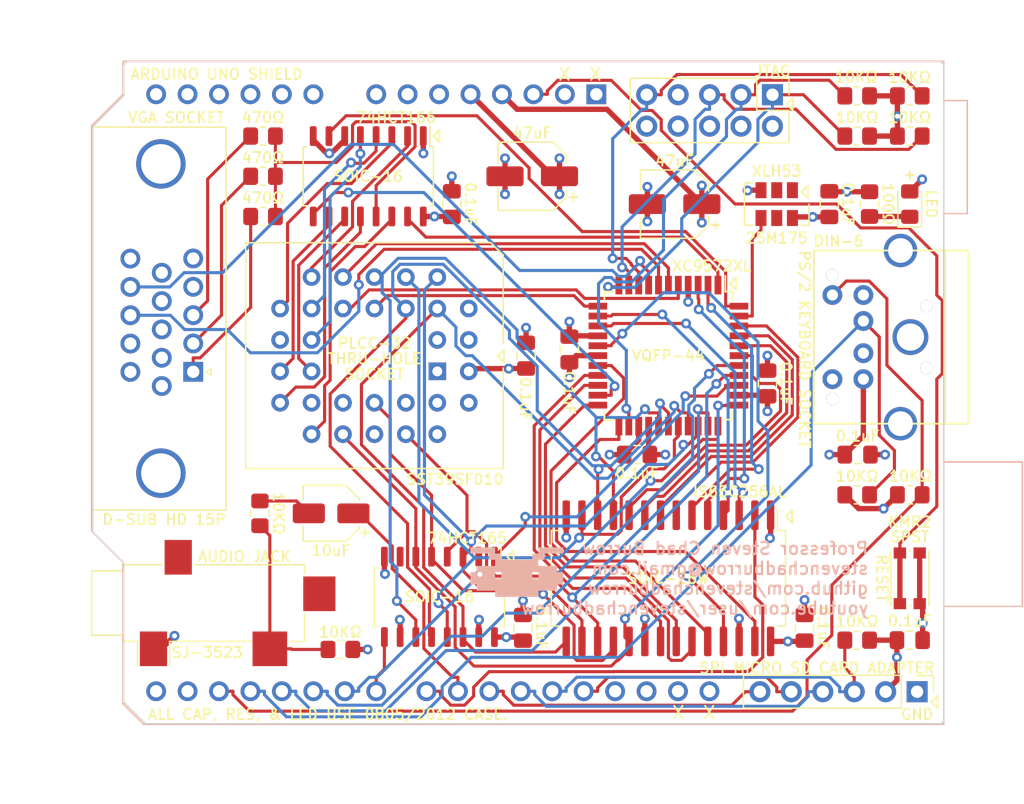
<source format=kicad_pcb>
(kicad_pcb (version 20211014) (generator pcbnew)
  (layers (0 "F.Cu" signal) (1 "In1.Cu" signal) (2 "In2.Cu" signal) (31 "B.Cu" signal) (34 "B.Paste" user) (35 "F.Paste" user) (36 "B.SilkS" user "B.Silkscreen") (37 "F.SilkS" user "F.Silkscreen") (38 "B.Mask" user) (39 "F.Mask" user) (44 "Edge.Cuts" user))
  (net 0 "")
  (net 3 "RESET")
  (net 4 "+3.3V")
  (net 5 "+5V")
  (net 6 "GND")
  (net 16 "KEY-CLK")
  (net 17 "KEY-DATA")
  (net 18 "SERIAL-OUT-CLOCK")
  (net 19 "SERIAL-OUT-DATA")
  (net 20 "SERIAL-IN-CLOCK")
  (net 21 "SERIAL-IN-DATA")
  (net 22 "RAM-BANK")
  (net 23 "AUDIO-OUT")
  (net 24 "SPI-SDCARD")
  (net 25 "SPI-MOSI")
  (net 26 "SPI-MISO")
  (net 27 "SPI-CLK")
  (net 31 "AUDIO-NEG")
  (net 32 "JTAG-TMS")
  (net 33 "JTAG-TCK")
  (net 34 "JTAG-TDO")
  (net 35 "JTAG-TDI")
  (net 36 "RED")
  (net 37 "GREEN")
  (net 38 "BLUE")
  (net 43 "H-SYNC")
  (net 44 "V-SYNC")
  (net 46 "OUTPUT-ENABLE")
  (net 47 "SERIAL-LATCH")
  (net 48 "AUDIO-TIP")
  (net 49 "/COLOR")
  (net 50 "A14")
  (net 51 "A12")
  (net 52 "A7")
  (net 53 "A6")
  (net 54 "A5")
  (net 55 "A4")
  (net 56 "A3")
  (net 57 "A2")
  (net 58 "A1")
  (net 59 "A0")
  (net 60 "D0")
  (net 61 "D1")
  (net 62 "D2")
  (net 63 "D3")
  (net 64 "D4")
  (net 65 "D5")
  (net 66 "D6")
  (net 67 "D7")
  (net 68 "A10")
  (net 69 "A11")
  (net 70 "A9")
  (net 71 "A8")
  (net 72 "A13")
  (net 73 "WRITE-ENABLE")
  (net 74 "VIDEO-VISIBLE")
  (net 75 "MASTER-CLOCK")
  (net 76 "VIDEO-LATCH")
  (net 83 "VIDEO-CLOCK")
  (net 85 "C0")
  (net 86 "C1")
  (net 87 "C2")
  (net 88 "C3")
  (net 89 "C4")
  (net 90 "C5")
  (net 91 "C6")
  (net 92 "C7")
  (net 96 "/LED")
  (footprint "Library:PS2_Din6" (layer "F.Cu") (at 154.5 77.25 -90)
    (fp_text reference "J3" hide)
    (fp_text value "Mini-DIN-6" hide)
  )
  (footprint "Resistor_SMD:R_0805_2012Metric_Pad1.20x1.40mm_HandSolder" (layer "F.Cu") (at 152.75 66.5 90)
    (fp_text reference "R13" hide)
    (fp_text value "R_US" hide)
  )
  (footprint "Capacitor_SMD:C_0805_2012Metric_Pad1.18x1.45mm_HandSolder" (layer "F.Cu") (at 151.7875 86.75)
    (fp_text reference "C10" hide)
    (fp_text value "C" hide)
  )
  (footprint "Package_SO:SOIC-16_4.55x10.3mm_P1.27mm" (layer "F.Cu") (at 112.25 64.25 -90)
    (fp_text reference "U3" hide)
    (fp_text value "74HCT166" hide)
  )
  (footprint "Package_LCC:PLCC-32_THT-Socket" (layer "F.Cu") (at 117.83 80.02 -90)
    (fp_text reference "U7" hide)
    (fp_text value "SST39SF040" hide)
  )
  (footprint "Resistor_SMD:R_0805_2012Metric_Pad1.20x1.40mm_HandSolder" (layer "F.Cu") (at 156 57.75)
    (fp_text reference "R12" hide)
    (fp_text value "R_US" hide)
  )
  (footprint "Capacitor_SMD:C_0805_2012Metric_Pad1.18x1.45mm_HandSolder" (layer "F.Cu") (at 147.5 100.75 90)
    (fp_text reference "C5" hide)
    (fp_text value "C" hide)
  )
  (footprint "Oscillator:Oscillator_SMD_IDT_JS6-6_5.0x3.2mm_P1.27mm" (layer "F.Cu") (at 145.25 66.5 -90)
    (fp_text reference "U4" hide)
    (fp_text value "XUX53" hide)
  )
  (footprint "Library:Jack_3.5mm_CUI_custom_SJ-3524-SMT_Horizontal" (layer "F.Cu") (at 98.5 98.75 90)
    (fp_text reference "J1" hide)
    (fp_text value "AudioJack3" hide)
  )
  (footprint "Capacitor_SMD:CP_Elec_4x5.4" (layer "F.Cu") (at 109.25 91.5 180)
    (fp_text reference "C1" hide)
    (fp_text value "C_Polarized_US" hide)
  )
  (footprint "Capacitor_SMD:C_0805_2012Metric_Pad1.18x1.45mm_HandSolder" (layer "F.Cu") (at 124.75 100.75 90)
    (fp_text reference "C6" hide)
    (fp_text value "C" hide)
  )
  (footprint "Capacitor_SMD:C_0805_2012Metric_Pad1.18x1.45mm_HandSolder" (layer "F.Cu") (at 119 66.5 90)
    (fp_text reference "C8" hide)
    (fp_text value "C" hide)
  )
  (footprint "Capacitor_SMD:C_0805_2012Metric_Pad1.18x1.45mm_HandSolder" (layer "F.Cu") (at 156 101.75)
    (fp_text reference "C9" hide)
    (fp_text value "C" hide)
  )
  (footprint "Button_Switch_SMD:SW_Push_1P1T_NO_CK_KMR2" (layer "F.Cu") (at 156 96.75 90)
    (fp_text reference "SW1" hide)
    (fp_text value "SW_Push" hide)
  )
  (footprint "Capacitor_SMD:C_0805_2012Metric_Pad1.18x1.45mm_HandSolder" (layer "F.Cu") (at 133.9625 86.75 180)
    (fp_text reference "C4" hide)
    (fp_text value "C" hide)
  )
  (footprint "Resistor_SMD:R_0805_2012Metric_Pad1.20x1.40mm_HandSolder" (layer "F.Cu") (at 151.75 90 180)
    (fp_text reference "R4" hide)
    (fp_text value "R-US" hide)
  )
  (footprint "Library:DSUB-15-HD_Female_Horizontal_P2.29x2.54mm_VGA" (layer "F.Cu") (at 98.1124 80.065 -90)
    (fp_text reference "J5" hide)
    (fp_text value "DB15_Female_HighDensity" hide)
  )
  (footprint "Resistor_SMD:R_0805_2012Metric_Pad1.20x1.40mm_HandSolder" (layer "F.Cu") (at 110 102.5)
    (fp_text reference "R1" hide)
    (fp_text value "R-US" hide)
  )
  (footprint "Resistor_SMD:R_0805_2012Metric_Pad1.20x1.40mm_HandSolder" (layer "F.Cu") (at 151.75 101.75 180)
    (fp_text reference "R5" hide)
    (fp_text value "R-US" hide)
  )
  (footprint "Connector_PinHeader_2.54mm:PinHeader_2x05_P2.54mm_Vertical" (layer "F.Cu") (at 144.907 57.658 -90)
    (fp_text reference "J4" hide)
    (fp_text value "Conn_02x05_Odd_Even" hide)
  )
  (footprint "Package_QFP:TQFP-44_10x10mm_P0.8mm" (layer "F.Cu") (at 136.5 78.75 -90)
    (fp_text reference "U1" hide)
    (fp_text value "XC9572XLVQ44" hide)
  )
  (footprint "Resistor_SMD:R_0805_2012Metric_Pad1.20x1.40mm_HandSolder" (layer "F.Cu") (at 156 61)
    (fp_text reference "R11" hide)
    (fp_text value "R_US" hide)
  )
  (footprint "Resistor_SMD:R_0805_2012Metric_Pad1.20x1.40mm_HandSolder" (layer "F.Cu") (at 156 90)
    (fp_text reference "R3" hide)
    (fp_text value "R-US" hide)
  )
  (footprint "Resistor_SMD:R_0805_2012Metric_Pad1.20x1.40mm_HandSolder" (layer "F.Cu") (at 151.75 57.75 180)
    (fp_text reference "R9" hide)
    (fp_text value "R_US" hide)
  )
  (footprint "Resistor_SMD:R_0805_2012Metric_Pad1.20x1.40mm_HandSolder" (layer "F.Cu") (at 103.75 64.25 180)
    (fp_text reference "R7" hide)
    (fp_text value "R_US" hide)
  )
  (footprint "Capacitor_SMD:C_0805_2012Metric_Pad1.18x1.45mm_HandSolder" (layer "F.Cu") (at 149.5 66.5 90)
    (fp_text reference "C14" hide)
    (fp_text value "C" hide)
  )
  (footprint "Capacitor_SMD:CP_Elec_5x5.4" (layer "F.Cu") (at 137 66.5 180)
    (fp_text reference "C13" hide)
    (fp_text value "C_Polarized_US" hide)
  )
  (footprint "Capacitor_SMD:C_0805_2012Metric_Pad1.18x1.45mm_HandSolder" (layer "F.Cu") (at 144.5 81 90)
    (fp_text reference "C3" hide)
    (fp_text value "C" hide)
  )
  (footprint "Resistor_SMD:R_0805_2012Metric_Pad1.20x1.40mm_HandSolder" (layer "F.Cu") (at 151.75 61 180)
    (fp_text reference "R10" hide)
    (fp_text value "R_US" hide)
  )
  (footprint "Resistor_SMD:R_0805_2012Metric_Pad1.20x1.40mm_HandSolder" (layer "F.Cu") (at 103.75 67.5 180)
    (fp_text reference "R6" hide)
    (fp_text value "R_US" hide)
  )
  (footprint "Library:PinSocket_custompin1_1x06_P2.54mm_Vertical" (layer "F.Cu") (at 156.591 105.918 -90)
    (fp_text reference "J2" hide)
    (fp_text value "Conn_01x06" hide)
  )
  (footprint "Resistor_SMD:R_0805_2012Metric_Pad1.20x1.40mm_HandSolder" (layer "F.Cu") (at 103.75 61 180)
    (fp_text reference "R8" hide)
    (fp_text value "R_US" hide)
  )
  (footprint "Resistor_SMD:R_0805_2012Metric_Pad1.20x1.40mm_HandSolder" (layer "F.Cu") (at 103.5 91.5 90)
    (fp_text reference "R2" hide)
    (fp_text value "R-US" hide)
  )
  (footprint "Package_SO:SOIC-16_4.55x10.3mm_P1.27mm" (layer "F.Cu") (at 118 98.25 -90)
    (fp_text reference "U5" hide)
    (fp_text value "74HCT165" hide)
  )
  (footprint "LED_SMD:LED_0805_2012Metric_Pad1.15x1.40mm_HandSolder" (layer "F.Cu") (at 156 66.5 90)
    (fp_text reference "D1" hide)
    (fp_text value "LED" hide)
  )
  (footprint "Capacitor_SMD:C_0805_2012Metric_Pad1.18x1.45mm_HandSolder" (layer "F.Cu") (at 125 78.75 90)
    (fp_text reference "C7" hide)
    (fp_text value "C" hide)
  )
  (footprint "Library:SOIC-28W_custom_7.5x18.7mm_P1.27mm" (layer "F.Cu") (at 136.5 96.75 -90)
    (fp_text reference "U2" hide)
    (fp_text value "IS65C256AL" hide)
  )
  (footprint "Capacitor_SMD:C_0805_2012Metric_Pad1.18x1.45mm_HandSolder" (layer "F.Cu") (at 128.5 78.25 -90)
    (fp_text reference "C2" hide)
    (fp_text value "C" hide)
  )
  (footprint "Capacitor_SMD:CP_Elec_5x5.4" (layer "F.Cu") (at 125.5 64.25 180)
    (fp_text reference "C11" hide)
    (fp_text value "C_Polarized_US" hide)
  )
  (footprint "Module:Arduino_UNO_R3" (layer "B.Cu") (at 130.675 57.62 180)
    (fp_text reference "A1" hide)
    (fp_text value "Arduino_UNO_R3" hide)
  )
  (footprint "Library:Mystery" (layer "B.Cu") (at 124.25 96.25 180)
    (fp_text reference "G100" hide)
    (fp_text value "LOGO" hide)
  )
  (gr_line (start 146.55 58.928) (end 146.55 57.928) (layer "F.SilkS") (width 0.15))
  (gr_line (start 141.5 72.9375) (end 142 73.4375) (layer "F.SilkS") (width 0.15))
  (gr_line (start 118 61.5) (end 118 60.5) (layer "F.SilkS") (width 0.15))
  (gr_line (start 147.25 65.5) (end 147.75 66) (layer "F.SilkS") (width 0.15))
  (gr_line (start 146.05 58.428) (end 146.55 57.928) (layer "F.SilkS") (width 0.15))
  (gr_line (start 147.75 66) (end 147.75 65) (layer "F.SilkS") (width 0.15))
  (gr_line (start 117.5 61) (end 118 61.5) (layer "F.SilkS") (width 0.15))
  (gr_line (start 146 91.75) (end 146.5 92.25) (layer "F.SilkS") (width 0.15))
  (gr_line (start 123.2 79.3) (end 123.2 78.3) (layer "F.SilkS") (width 0.15))
  (gr_line (start 142 73.4375) (end 142 72.4375) (layer "F.SilkS") (width 0.15))
  (gr_line (start 146.5 92.25) (end 146.5 91.25) (layer "F.SilkS") (width 0.15))
  (gr_line (start 157.738 106.75) (end 158.238 107.25) (layer "F.SilkS") (width 0.15))
  (gr_line (start 146 91.75) (end 146.5 91.25) (layer "F.SilkS") (width 0.15))
  (gr_line (start 122.7 78.8) (end 123.2 78.3) (layer "F.SilkS") (width 0.15))
  (gr_line (start 122.7 78.8) (end 123.2 79.3) (layer "F.SilkS") (width 0.15))
  (gr_line (start 158.238 107.25) (end 158.238 106.25) (layer "F.SilkS") (width 0.15))
  (gr_line (start 147.25 65.5) (end 147.75 65) (layer "F.SilkS") (width 0.15))
  (gr_line (start 146.05 58.428) (end 146.55 58.928) (layer "F.SilkS") (width 0.15))
  (gr_line (start 117.5 61) (end 118 60.5) (layer "F.SilkS") (width 0.15))
  (gr_line (start 157.738 106.75) (end 158.238 106.25) (layer "F.SilkS") (width 0.15))
  (gr_line (start 123.5 95.0325) (end 124 94.5325) (layer "F.SilkS") (width 0.15))
  (gr_line (start 123.5 95.0325) (end 124 95.5325) (layer "F.SilkS") (width 0.15))
  (gr_line (start 141.5 72.9375) (end 142 72.4375) (layer "F.SilkS") (width 0.15))
  (gr_line (start 124 95.5325) (end 124 94.5325) (layer "F.SilkS") (width 0.15))
  (gr_line (start 92.5 106.75) (end 94.25 108.5) (layer "Edge.Cuts") (width 0.1))
  (gr_line (start 90 60.25) (end 90 93) (layer "Edge.Cuts") (width 0.1))
  (gr_line (start 94.25 108.5) (end 95 108.5) (layer "Edge.Cuts") (width 0.1))
  (gr_line (start 158.75 108.25) (end 158.75 55.25) (layer "Edge.Cuts") (width 0.1))
  (gr_line (start 95 108.5) (end 158.5 108.5) (layer "Edge.Cuts") (width 0.1))
  (gr_line (start 92.5 55.25) (end 92.5 57.75) (layer "Edge.Cuts") (width 0.1))
  (gr_line (start 92.5 57.75) (end 90 60.25) (layer "Edge.Cuts") (width 0.1))
  (gr_line (start 158.5 108.5) (end 158.75 108.25) (layer "Edge.Cuts") (width 0.1))
  (gr_line (start 92.5 95.5) (end 92.5 106.75) (layer "Edge.Cuts") (width 0.1))
  (gr_line (start 90 93) (end 92.5 95.5) (layer "Edge.Cuts") (width 0.1))
  (gr_line (start 158.5 55) (end 92.75 55) (layer "Edge.Cuts") (width 0.1))
  (gr_line (start 92.5 55.25) (end 92.75 55) (layer "Edge.Cuts") (width 0.1))
  (gr_line (start 158.5 55) (end 158.75 55.25) (layer "Edge.Cuts") (width 0.1))
  (gr_text "Professor Steven Chad Burrow\nstevenchadburrow@gmail.com\ngithub.com/stevenchadburrow\nyoutube.com/user/stevenchadburrow" (at 152.75 96.75) (layer "B.SilkS") (effects (font (size 1 1) (thickness 0.175)) (justify left mirror)))
  (gr_text "X" (at 128.1 56) (layer "F.SilkS") (effects (font (size 1 1))))
  (gr_text "X" (at 139.8 107.6) (layer "F.SilkS") (effects (font (size 1 1))))
  (gr_text "ALL CAP, RES, & LED USE 0805/2012 CASE." (at 109 107.75) (layer "F.SilkS") (effects (font (size 0.85 0.85))))
  (gr_text "X" (at 137.3 107.6) (layer "F.SilkS") (effects (font (size 1 1))))
  (gr_text "X" (at 130.6 56) (layer "F.SilkS") (effects (font (size 1 1))))
  (gr_text "RESET" (at 153.75 96.75 270) (layer "F.SilkS") (effects (font (size 0.85 0.85))))
  (gr_text "ARDUINO UNO SHIELD" (at 100 56) (layer "F.SilkS") (effects (font (size 0.85 0.85))))
  (segment (start 135.9224 59.6724) (end 135.178 58.928) (width 0.25) (layer "F.Cu") (net 3))
  (segment (start 141.8784 66.4898) (end 135.9224 60.5338) (width 0.25) (layer "F.Cu") (net 3))
  (segment (start 126.7203 57.62) (end 125.595 57.62) (width 0.25) (layer "F.Cu") (net 3))
  (segment (start 152.0294 68.425) (end 150.0942 66.4898) (width 0.25) (layer "F.Cu") (net 3))
  (segment (start 158.1824 90.9423) (end 158.1824 80.645001) (width 0.25) (layer "F.Cu") (net 3))
  (segment (start 135.9224 60.5338) (end 135.9224 59.6724) (width 0.25) (layer "F.Cu") (net 3))
  (segment (start 150.0942 66.4898) (end 141.8784 66.4898) (width 0.25) (layer "F.Cu") (net 3))
  (segment (start 126.7203 57.3386) (end 126.7203 57.62) (width 0.25) (layer "F.Cu") (net 3))
  (segment (start 158.625 80.202401) (end 158.625 74.297599) (width 0.25) (layer "F.Cu") (net 3))
  (segment (start 134.3197 58.928) (end 131.8864 56.4947) (width 0.25) (layer "F.Cu") (net 3))
  (segment (start 155.2 94.7) (end 155.2 98.8) (width 0.4318) (layer "F.Cu") (net 3))
  (segment (start 131.8864 56.4947) (end 127.5642 56.4947) (width 0.25) (layer "F.Cu") (net 3))
  (segment (start 155.2 93.9247) (end 158.1824 90.9423) (width 0.25) (layer "F.Cu") (net 3))
  (segment (start 158.625 74.297599) (end 158.1824 73.854999) (width 0.25) (layer "F.Cu") (net 3))
  (segment (start 155.925 68.425) (end 152.0294 68.425) (width 0.25) (layer "F.Cu") (net 3))
  (segment (start 158.1824 70.6824) (end 155.925 68.425) (width 0.25) (layer "F.Cu") (net 3))
  (segment (start 158.1824 73.854999) (end 158.1824 70.6824) (width 0.25) (layer "F.Cu") (net 3))
  (segment (start 135.178 58.928) (end 134.3197 58.928) (width 0.25) (layer "F.Cu") (net 3))
  (segment (start 127.5642 56.4947) (end 126.7203 57.3386) (width 0.25) (layer "F.Cu") (net 3))
  (segment (start 158.1824 80.645001) (end 158.625 80.202401) (width 0.25) (layer "F.Cu") (net 3))
  (segment (start 155.2 94.7) (end 155.2 93.9247) (width 0.25) (layer "F.Cu") (net 3))
  (segment (start 134.9 84.45) (end 134.9 86.65) (width 0.4318) (layer "F.Cu") (net 4))
  (segment (start 130.8 77.15) (end 128.562 77.15) (width 0.4318) (layer "F.Cu") (net 4))
  (segment (start 128.5 77.2125) (end 128.5 76) (width 0.4318) (layer "F.Cu") (net 4))
  (segment (start 156.025 65.475) (end 157 64.5) (width 0.4318) (layer "F.Cu") (net 4))
  (segment (start 142.2 81.95) (end 144.412 81.95) (width 0.4318) (layer "F.Cu") (net 4))
  (segment (start 149.5 67.5375) (end 148.162 67.5375) (width 0.4318) (layer "F.Cu") (net 4))
  (segment (start 156 65.475) (end 156.025 65.475) (width 0.4318) (layer "F.Cu") (net 4))
  (segment (start 139.2 66.5) (end 139.2 65) (width 0.4318) (layer "F.Cu") (net 4))
  (segment (start 139.2 66.5) (end 139.2 68) (width 0.4318) (layer "F.Cu") (net 4))
  (segment (start 144.412 81.95) (end 144.5 82.0375) (width 0.4318) (layer "F.Cu") (net 4))
  (segment (start 135 86.75) (end 136.25 86.75) (width 0.4318) (layer "F.Cu") (net 4))
  (segment (start 146.608 67.5375) (end 146.52 67.625) (width 0.4318) (layer "F.Cu") (net 4))
  (segment (start 152.75 61) (end 155 61) (width 0.4318) (layer "F.Cu") (net 4))
  (segment (start 148.162 67.5375) (end 146.608 67.5375) (width 0.4318) (layer "F.Cu") (net 4))
  (segment (start 131.536 58.8359) (end 139.2 66.5) (width 0.4318) (layer "F.Cu") (net 4))
  (segment (start 124.271 58.8359) (end 131.536 58.8359) (width 0.4318) (layer "F.Cu") (net 4))
  (segment (start 128.562 77.15) (end 128.5 77.2125) (width 0.4318) (layer "F.Cu") (net 4))
  (segment (start 155 57.75) (end 155 59.4) (width 0.4318) (layer "F.Cu") (net 4))
  (segment (start 123.055 57.62) (end 124.271 58.8359) (width 0.4318) (layer "F.Cu") (net 4))
  (segment (start 134.9 86.65) (end 135 86.75) (width 0.4318) (layer "F.Cu") (net 4))
  (segment (start 155 59.4) (end 155 61) (width 0.4318) (layer "F.Cu") (net 4))
  (segment (start 144.5 82.0375) (end 144.5 83.25) (width 0.4318) (layer "F.Cu") (net 4))
  (segment (start 152.75 57.75) (end 155 57.75) (width 0.4318) (layer "F.Cu") (net 4))
  (via (at 136.25 86.75) (size 0.8) (drill 0.4) (layers "F.Cu" "B.Cu") (net 4))
  (via (at 144.5 83.25) (size 0.8) (drill 0.4) (layers "F.Cu" "B.Cu") (net 4))
  (via (at 157 64.5) (size 0.8) (drill 0.4) (layers "F.Cu" "B.Cu") (net 4))
  (via (at 148.162 67.5375) (size 0.8) (drill 0.4) (layers "F.Cu" "B.Cu") (net 4))
  (via (at 139.2 65) (size 0.8) (drill 0.4) (layers "F.Cu" "B.Cu") (net 4))
  (via (at 155 59.4) (size 0.8) (drill 0.4) (layers "F.Cu" "B.Cu") (net 4))
  (via (at 139.2 68) (size 0.8) (drill 0.4) (layers "F.Cu" "B.Cu") (net 4))
  (via (at 128.5 76) (size 0.8) (drill 0.4) (layers "F.Cu" "B.Cu") (net 4))
  (segment (start 154.962 105.006) (end 154.051 105.918) (width 0.4318) (layer "F.Cu") (net 5))
  (segment (start 147.5 101.788) (end 147.5 101.7875) (width 0.25) (layer "F.Cu") (net 5))
  (segment (start 154.962 101.75) (end 152.75 101.75) (width 0.4318) (layer "F.Cu") (net 5))
  (segment (start 154.962 103.138) (end 154.962 105.006) (width 0.4318) (layer "F.Cu") (net 5))
  (segment (start 151.866 91.1159) (end 150.75 90) (width 0.4318) (layer "F.Cu") (net 5))
  (segment (start 154.9625 102.4435) (end 154.9625 101.75) (width 0.25) (layer "F.Cu") (net 5))
  (segment (start 124.462 101.5) (end 124.606 101.644) (width 0.4318) (layer "F.Cu") (net 5))
  (segment (start 142.2 100) (end 142.215 100.015) (width 0.4318) (layer "F.Cu") (net 5))
  (segment (start 120.59 79.8) (end 120.37 80.02) (width 0.4318) (layer "F.Cu") (net 5))
  (segment (start 124.606 101.644) (end 124.75 101.788) (width 0.4318) (layer "F.Cu") (net 5))
  (segment (start 123.6 79.8) (end 123.612 79.7875) (width 0.4318) (layer "F.Cu") (net 5))
  (segment (start 123.6 79.8) (end 120.59 79.8) (width 0.4318) (layer "F.Cu") (net 5))
  (segment (start 150.75 86.75) (end 149.5 86.75) (width 0.4318) (layer "F.Cu") (net 5))
  (segment (start 122.445 101.5) (end 123.4 101.5) (width 0.4318) (layer "F.Cu") (net 5))
  (segment (start 127.7 64.25) (end 127.7 62.8) (width 0.4318) (layer "F.Cu") (net 5))
  (segment (start 154.962 102.444) (end 154.962 101.75) (width 0.4318) (layer "F.Cu") (net 5))
  (segment (start 144.7 93.5) (end 144.755 93.445) (width 0.4318) (layer "F.Cu") (net 5))
  (segment (start 123.612 79.7875) (end 125 79.7875) (width 0.4318) (layer "F.Cu") (net 5))
  (segment (start 120.515 57.62) (end 127.145 64.25) (width 0.4318) (layer "F.Cu") (net 5))
  (segment (start 116.695 67.5) (end 117.6 67.5) (width 0.4318) (layer "F.Cu") (net 5))
  (segment (start 144.755 93.445) (end 144.755 91.65) (width 0.4318) (layer "F.Cu") (net 5))
  (segment (start 124.606 101.644) (end 124.6065 101.644) (width 0.25) (layer "F.Cu") (net 5))
  (segment (start 152.25 80.65) (end 152.25 85.25) (width 0.4318) (layer "F.Cu") (net 5))
  (segment (start 118.962 67.5) (end 119 67.5375) (width 0.4318) (layer "F.Cu") (net 5))
  (segment (start 127.7 64.25) (end 127.7 65.7) (width 0.4318) (layer "F.Cu") (net 5))
  (segment (start 154.962 103.138) (end 154.962 102.444) (width 0.4318) (layer "F.Cu") (net 5))
  (segment (start 142.215 100.015) (end 142.215 101.85) (width 0.4318) (layer "F.Cu") (net 5))
  (segment (start 152.25 85.25) (end 150.75 86.75) (width 0.4318) (layer "F.Cu") (net 5))
  (segment (start 123.4 101.5) (end 124.462 101.5) (width 0.4318) (layer "F.Cu") (net 5))
  (segment (start 127.145 64.25) (end 127.7 64.25) (width 0.4318) (layer "F.Cu") (net 5))
  (segment (start 154.962 102.444) (end 154.9625 102.4435) (width 0.25) (layer "F.Cu") (net 5))
  (segment (start 153.884 91.1159) (end 151.866 91.1159) (width 0.4318) (layer "F.Cu") (net 5))
  (segment (start 117.6 67.5) (end 118.962 67.5) (width 0.4318) (layer "F.Cu") (net 5))
  (segment (start 147.438 101.85) (end 147.5 101.788) (width 0.4318) (layer "F.Cu") (net 5))
  (segment (start 155 90) (end 153.884 91.1159) (width 0.4318) (layer "F.Cu") (net 5))
  (segment (start 146.15 101.85) (end 147.438 101.85) (width 0.4318) (layer "F.Cu") (net 5))
  (segment (start 124.6065 101.644) (end 124.75 101.7875) (width 0.25) (layer "F.Cu") (net 5))
  (segment (start 144.755 101.85) (end 146.15 101.85) (width 0.4318) (layer "F.Cu") (net 5))
  (via (at 149.5 86.75) (size 0.8) (drill 0.4) (layers "F.Cu" "B.Cu") (net 5))
  (via (at 127.7 62.8) (size 0.8) (drill 0.4) (layers "F.Cu" "B.Cu") (net 5))
  (via (at 123.6 79.8) (size 0.8) (drill 0.4) (layers "F.Cu" "B.Cu") (net 5))
  (via (at 123.4 101.5) (size 0.8) (drill 0.4) (layers "F.Cu" "B.Cu") (net 5))
  (via (at 117.6 67.5) (size 0.8) (drill 0.4) (layers "F.Cu" "B.Cu") (net 5))
  (via (at 142.2 100) (size 0.8) (drill 0.4) (layers "F.Cu" "B.Cu") (net 5))
  (via (at 154.962 103.138) (size 0.8) (drill 0.4) (layers "F.Cu" "B.Cu") (net 5))
  (via (at 144.7 93.5) (size 0.8) (drill 0.4) (layers "F.Cu" "B.Cu") (net 5))
  (via (at 127.7 65.7) (size 0.8) (drill 0.4) (layers "F.Cu" "B.Cu") (net 5))
  (via (at 146.15 101.85) (size 0.8) (drill 0.4) (layers "F.Cu" "B.Cu") (net 5))
  (via (at 153.884 91.1159) (size 0.8) (drill 0.4) (layers "F.Cu" "B.Cu") (net 5))
  (segment (start 125 77.7125) (end 125 76.5) (width 0.4318) (layer "F.Cu") (net 6))
  (segment (start 129.038 78.75) (end 128.5 79.2875) (width 0.4318) (layer "F.Cu") (net 6))
  (segment (start 128.245 91.65) (end 128.245 93.455) (width 0.4318) (layer "F.Cu") (net 6))
  (segment (start 123.3 64.25) (end 123.3 65.7) (width 0.4318) (layer "F.Cu") (net 6))
  (segment (start 114.825 100.125) (end 114.825 101.5) (width 0.4318) (layer "F.Cu") (net 6))
  (segment (start 109.1 62.3995) (end 109.258 62.3995) (width 0.4318) (layer "F.Cu") (net 6))
  (segment (start 157.0375 101.0565) (end 157.0375 101.75) (width 0.25) (layer "F.Cu") (net 6))
  (segment (start 119 65.4625) (end 119 64.25) (width 0.4318) (layer "F.Cu") (net 6))
  (segment (start 95.55 102.45) (end 94.9 102.45) (width 0.4318) (layer "F.Cu") (net 6))
  (segment (start 123.3 64.25) (end 123.3 62.8) (width 0.4318) (layer "F.Cu") (net 6))
  (segment (start 108.892 62.3995) (end 107.805 61.3126) (width 0.4318) (layer "F.Cu") (net 6))
  (segment (start 150.9 65.5) (end 149.538 65.5) (width 0.4318) (layer "F.Cu") (net 6))
  (segment (start 147.5 99.7125) (end 147.5 98.5) (width 0.4318) (layer "F.Cu") (net 6))
  (segment (start 130.8 78.75) (end 129.038 78.75) (width 0.4318) (layer "F.Cu") (net 6))
  (segment (start 152.75 65.5) (end 150.9 65.5) (width 0.4318) (layer "F.Cu") (net 6))
  (segment (start 134.1 84.45) (end 134.1 85.575) (width 0.4318) (layer "F.Cu") (net 6))
  (segment (start 128.5 79.2875) (end 128.5 80.5) (width 0.4318) (layer "F.Cu") (net 6))
  (segment (start 110.345 61.3126) (end 110.345 61) (width 0.4318) (layer "F.Cu") (net 6))
  (segment (start 134.6 100) (end 134.595 100.005) (width 0.4318) (layer "F.Cu") (net 6))
  (segment (start 149.538 65.5) (end 149.5 65.4625) (width 0.4318) (layer "F.Cu") (net 6))
  (segment (start 113.6 96.4) (end 113.555 96.355) (width 0.4318) (layer "F.Cu") (net 6))
  (segment (start 152.825 86.75) (end 154 86.75) (width 0.4318) (layer "F.Cu") (net 6))
  (segment (start 121.175 100.125) (end 121.175 101.5) (width 0.4318) (layer "F.Cu") (net 6))
  (segment (start 109.258 62.3995) (end 110.345 61.3126) (width 0.4318) (layer "F.Cu") (net 6))
  (segment (start 111 102.5) (end 112.2 102.5) (width 0.4318) (layer "F.Cu") (net 6))
  (segment (start 134.595 100.005) (end 134.595 101.85) (width 0.4318) (layer "F.Cu") (net 6))
  (segment (start 114.8 100.1) (end 114.825 100.125) (width 0.4318) (layer "F.Cu") (net 6))
  (segment (start 157.038 99.0375) (end 156.8 98.8) (width 0.4318) (layer "F.Cu") (net 6))
  (segment (start 157.038 100.362) (end 157.038 99.0375) (width 0.4318) (layer "F.Cu") (net 6))
  (segment (start 96.6 101.4) (end 95.55 102.45) (width 0.4318) (layer "F.Cu") (net 6))
  (segment (start 134.8 66.5) (end 134.8 65.1) (width 0.4318) (layer "F.Cu") (net 6))
  (segment (start 116.7 62.4) (end 116.695 62.395) (width 0.4318) (layer "F.Cu") (net 6))
  (segment (start 138.1 74.4) (end 138.1 73.05) (width 0.4318) (layer "F.Cu") (net 6))
  (segment (start 124.75 99.7125) (end 124.75 98.55) (width 0.4318) (layer "F.Cu") (net 6))
  (segment (start 157.038 101.75) (end 157.038 101.056) (width 0.4318) (layer "F.Cu") (net 6))
  (segment (start 116.695 62.395) (end 116.695 61) (width 0.4318) (layer "F.Cu") (net 6))
  (segment (start 107.805 61.3126) (end 107.805 61) (width 0.4318) (layer "F.Cu") (net 6))
  (segment (start 109.1 62.3995) (end 108.892 62.3995) (width 0.4318) (layer "F.Cu") (net 6))
  (segment (start 156.8 94.7) (end 156.8 98.8) (width 0.4318) (layer "F.Cu") (net 6))
  (segment (start 142.925 65.375) (end 143.98 65.375) (width 0.4318) (layer "F.Cu") (net 6))
  (segment (start 134.8 66.5) (end 134.8 67.9) (width 0.4318) (layer "F.Cu") (net 6))
  (segment (start 121.2 100.1) (end 121.175 100.125) (width 0.4318) (layer "F.Cu") (net 6))
  (segment (start 157.038 101.056) (end 157.0375 101.0565) (width 0.25) (layer "F.Cu") (net 6))
  (segment (start 113.555 96.355) (end 113.555 95) (width 0.4318) (layer "F.Cu") (net 6))
  (segment (start 142.9 65.4) (end 142.925 65.375) (width 0.25) (layer "F.Cu") (net 6))
  (segment (start 132.925 86.75) (end 131.75 86.75) (width 0.4318) (layer "F.Cu") (net 6))
  (segment (start 157.038 101.056) (end 157.038 100.362) (width 0.4318) (layer "F.Cu") (net 6))
  (segment (start 144.5 79.9625) (end 144.5 78.75) (width 0.4318) (layer "F.Cu") (net 6))
  (segment (start 134.1 85.575) (end 132.925 86.75) (width 0.4318) (layer "F.Cu") (net 6))
  (via (at 147.5 98.5) (size 0.8) (drill 0.4) (layers "F.Cu" "B.Cu") (net 6))
  (via (at 123.3 62.8) (size 0.8) (drill 0.4) (layers "F.Cu" "B.Cu") (net 6))
  (via (at 119 64.25) (size 0.8) (drill 0.4) (layers "F.Cu" "B.Cu") (net 6))
  (via (at 125 76.5) (size 0.8) (drill 0.4) (layers "F.Cu" "B.Cu") (net 6))
  (via (at 157.038 100.362) (size 0.8) (drill 0.4) (layers "F.Cu" "B.Cu") (net 6))
  (via (at 131.75 86.75) (size 0.8) (drill 0.4) (layers "F.Cu" "B.Cu") (net 6))
  (via (at 142.9 65.4) (size 0.8) (drill 0.4) (layers "F.Cu" "B.Cu") (net 6))
  (via (at 121.2 100.1) (size 0.8) (drill 0.4) (layers "F.Cu" "B.Cu") (net 6))
  (via (at 150.9 65.5) (size 0.8) (drill 0.4) (layers "F.Cu" "B.Cu") (net 6))
  (via (at 112.2 102.5) (size 0.8) (drill 0.4) (layers "F.Cu" "B.Cu") (net 6))
  (via (at 138.1 74.4) (size 0.8) (drill 0.4) (layers "F.Cu" "B.Cu") (net 6))
  (via (at 134.6 100) (size 0.8) (drill 0.4) (layers "F.Cu" "B.Cu") (net 6))
  (via (at 128.5 80.5) (size 0.8) (drill 0.4) (layers "F.Cu" "B.Cu") (net 6))
  (via (at 134.8 67.9) (size 0.8) (drill 0.4) (layers "F.Cu" "B.Cu") (net 6))
  (via (at 144.5 78.75) (size 0.8) (drill 0.4) (layers "F.Cu" "B.Cu") (net 6))
  (via (at 113.6 96.4) (size 0.8) (drill 0.4) (layers "F.Cu" "B.Cu") (net 6))
  (via (at 116.7 62.4) (size 0.8) (drill 0.4) (layers "F.Cu" "B.Cu") (net 6))
  (via (at 154 86.75) (size 0.8) (drill 0.4) (layers "F.Cu" "B.Cu") (net 6))
  (via (at 124.75 98.55) (size 0.8) (drill 0.4) (layers "F.Cu" "B.Cu") (net 6))
  (via (at 134.8 65.1) (size 0.8) (drill 0.4) (layers "F.Cu" "B.Cu") (net 6))
  (via (at 109.1 62.3995) (size 0.8) (drill 0.4) (layers "F.Cu" "B.Cu") (net 6))
  (via (at 114.8 100.1) (size 0.8) (drill 0.4) (layers "F.Cu" "B.Cu") (net 6))
  (via (at 96.6 101.4) (size 0.8) (drill 0.4) (layers "F.Cu" "B.Cu") (net 6))
  (via (at 123.3 65.7) (size 0.8) (drill 0.4) (layers "F.Cu" "B.Cu") (net 6))
  (via (at 128.245 93.455) (size 0.8) (drill 0.4) (layers "F.Cu" "B.Cu") (net 6))
  (segment (start 100.195 105.88) (end 101.3203 105.88) (width 0.25) (layer "F.Cu") (net 16))
  (segment (start 147.701 103.3508) (end 149.7028 101.349) (width 0.25) (layer "F.Cu") (net 16))
  (segment (start 150.8775 72.7225) (end 149.75 73.85) (width 0.25) (layer "F.Cu") (net 16))
  (segment (start 101.3203 105.88) (end 101.3203 106.1613) (width 0.25) (layer "F.Cu") (net 16))
  (segment (start 101.3203 106.1613) (end 102.6478 107.4888) (width 0.25) (layer "F.Cu") (net 16))
  (segment (start 147.701 106.3122) (end 147.701 103.3508) (width 0.25) (layer "F.Cu") (net 16))
  (segment (start 157 90) (end 157 82.3784) (width 0.25) (layer "F.Cu") (net 16))
  (segment (start 157 82.3784) (end 154.1515 79.5299) (width 0.25) (layer "F.Cu") (net 16))
  (segment (start 149.7028 97.2972) (end 157 90) (width 0.25) (layer "F.Cu") (net 16))
  (segment (start 149.7028 101.349) (end 149.7028 97.2972) (width 0.25) (layer "F.Cu") (net 16))
  (segment (start 154.1515 79.5299) (end 154.1515 74.1523) (width 0.25) (layer "F.Cu") (net 16))
  (segment (start 146.5244 107.4888) (end 147.701 106.3122) (width 0.25) (layer "F.Cu") (net 16))
  (segment (start 154.1515 74.1523) (end 152.7217 72.7225) (width 0.25) (layer "F.Cu") (net 16))
  (segment (start 152.7217 72.7225) (end 150.8775 72.7225) (width 0.25) (layer "F.Cu") (net 16))
  (segment (start 102.6478 107.4888) (end 146.5244 107.4888) (width 0.25) (layer "F.Cu") (net 16))
  (segment (start 154.7591 87.9909) (end 152.75 90) (width 0.25) (layer "F.Cu") (net 17))
  (segment (start 153.5384 85.1908) (end 154.7591 86.4115) (width 0.25) (layer "F.Cu") (net 17))
  (segment (start 152.25 75.95) (end 153.5384 77.2384) (width 0.25) (layer "F.Cu") (net 17))
  (segment (start 153.5384 77.2384) (end 153.5384 85.1908) (width 0.25) (layer "F.Cu") (net 17))
  (segment (start 154.7591 86.4115) (end 154.7591 87.9909) (width 0.25) (layer "F.Cu") (net 17))
  (segment (start 132.4907 103.1373) (end 148.0285 87.5995) (width 0.25) (layer "B.Cu") (net 17))
  (segment (start 105.6462 107.9472) (end 116.5024 107.9472) (width 0.25) (layer "B.Cu") (net 17))
  (segment (start 116.5024 107.9472) (end 118.225 106.2246) (width 0.25) (layer "B.Cu") (net 17))
  (segment (start 103.8603 105.88) (end 103.8603 106.1613) (width 0.25) (layer "B.Cu") (net 17))
  (segment (start 103.8603 106.1613) (end 105.6462 107.9472) (width 0.25) (layer "B.Cu") (net 17))
  (segment (start 120.5772 103.1373) (end 132.4907 103.1373) (width 0.25) (layer "B.Cu") (net 17))
  (segment (start 118.225 106.2246) (end 118.225 105.4895) (width 0.25) (layer "B.Cu") (net 17))
  (segment (start 148.0285 80.1715) (end 152.25 75.95) (width 0.25) (layer "B.Cu") (net 17))
  (segment (start 148.0285 87.5995) (end 148.0285 80.1715) (width 0.25) (layer "B.Cu") (net 17))
  (segment (start 102.735 105.88) (end 103.8603 105.88) (width 0.25) (layer "B.Cu") (net 17))
  (segment (start 118.225 105.4895) (end 120.5772 103.1373) (width 0.25) (layer "B.Cu") (net 17))
  (segment (start 142.2 80.35) (end 141.1247 80.35) (width 0.25) (layer "F.Cu") (net 18))
  (segment (start 141.057 80.35) (end 140.3747 81.0323) (width 0.25) (layer "F.Cu") (net 18))
  (segment (start 141.1247 80.35) (end 141.057 80.35) (width 0.25) (layer "F.Cu") (net 18))
  (via (at 140.3747 81.0323) (size 0.8) (drill 0.4) (layers "F.Cu" "B.Cu") (net 18))
  (segment (start 105.275 105.88) (end 106.4003 105.88) (width 0.25) (layer "B.Cu") (net 18))
  (segment (start 125.5142 102.5834) (end 118.5399 102.5834) (width 0.25) (layer "B.Cu") (net 18))
  (segment (start 106.4003 106.1613) (end 106.4003 105.88) (width 0.25) (layer "B.Cu") (net 18))
  (segment (start 118.5399 102.5834) (end 113.661 107.4623) (width 0.25) (layer "B.Cu") (net 18))
  (segment (start 107.7013 107.4623) (end 106.4003 106.1613) (width 0.25) (layer "B.Cu") (net 18))
  (segment (start 139.5969 81.8101) (end 139.5969 88.5007) (width 0.25) (layer "B.Cu") (net 18))
  (segment (start 140.3747 81.0323) (end 139.5969 81.8101) (width 0.25) (layer "B.Cu") (net 18))
  (segment (start 139.5969 88.5007) (end 125.5142 102.5834) (width 0.25) (layer "B.Cu") (net 18))
  (segment (start 113.661 107.4623) (end 107.7013 107.4623) (width 0.25) (layer "B.Cu") (net 18))
  (segment (start 140.4422 79.55) (end 139.7708 80.2214) (width 0.25) (layer "F.Cu") (net 19))
  (segment (start 142.2 79.55) (end 140.4422 79.55) (width 0.25) (layer "F.Cu") (net 19))
  (via (at 139.7708 80.2214) (size 0.8) (drill 0.4) (layers "F.Cu" "B.Cu") (net 19))
  (segment (start 139.7708 80.2214) (end 138.607 81.3852) (width 0.25) (layer "B.Cu") (net 19))
  (segment (start 108.9403 106.1613) (end 108.9403 105.88) (width 0.25) (layer "B.Cu") (net 19))
  (segment (start 138.1462 82.764) (end 138.1462 83.3648) (width 0.25) (layer "B.Cu") (net 19))
  (segment (start 109.7867 107.0077) (end 108.9403 106.1613) (width 0.25) (layer "B.Cu") (net 19))
  (segment (start 121.4652 101.4277) (end 118.9389 101.4277) (width 0.25) (layer "B.Cu") (net 19))
  (segment (start 125.895 99.5645) (end 123.3284 99.5645) (width 0.25) (layer "B.Cu") (net 19))
  (segment (start 123.3284 99.5645) (end 121.4652 101.4277) (width 0.25) (layer "B.Cu") (net 19))
  (segment (start 138.6069 82.3033) (end 138.1462 82.764) (width 0.25) (layer "B.Cu") (net 19))
  (segment (start 107.815 105.88) (end 108.9403 105.88) (width 0.25) (layer "B.Cu") (net 19))
  (segment (start 138.4521 87.0074) (end 125.895 99.5645) (width 0.25) (layer "B.Cu") (net 19))
  (segment (start 118.9389 101.4277) (end 113.3589 107.0077) (width 0.25) (layer "B.Cu") (net 19))
  (segment (start 138.607 81.3852) (end 138.607 82.3033) (width 0.25) (layer "B.Cu") (net 19))
  (segment (start 113.3589 107.0077) (end 109.7867 107.0077) (width 0.25) (layer "B.Cu") (net 19))
  (segment (start 138.1462 83.3648) (end 138.4521 83.6707) (width 0.25) (layer "B.Cu") (net 19))
  (segment (start 138.4521 83.6707) (end 138.4521 87.0074) (width 0.25) (layer "B.Cu") (net 19))
  (segment (start 138.607 82.3033) (end 138.6069 82.3033) (width 0.25) (layer "B.Cu") (net 19))
  (segment (start 121.175 96.3399) (end 121.2696 96.4345) (width 0.25) (layer "F.Cu") (net 20))
  (segment (start 121.175 95) (end 121.175 96.3399) (width 0.25) (layer "F.Cu") (net 20))
  (via (at 121.2696 96.4345) (size 0.8) (drill 0.4) (layers "F.Cu" "B.Cu") (net 20))
  (segment (start 111.4803 105.5986) (end 112.3242 104.7547) (width 0.25) (layer "B.Cu") (net 20))
  (segment (start 121.2696 96.4437) (end 121.2696 96.4345) (width 0.25) (layer "B.Cu") (net 20))
  (segment (start 110.355 105.88) (end 111.4803 105.88) (width 0.25) (layer "B.Cu") (net 20))
  (segment (start 111.4803 105.88) (end 111.4803 105.5986) (width 0.25) (layer "B.Cu") (net 20))
  (segment (start 112.3242 104.7547) (end 112.9586 104.7547) (width 0.25) (layer "B.Cu") (net 20))
  (segment (start 112.9586 104.7547) (end 121.2696 96.4437) (width 0.25) (layer "B.Cu") (net 20))
  (segment (start 113.555 104.0947) (end 113.555 101.5) (width 0.25) (layer "F.Cu") (net 21))
  (segment (start 112.895 104.7547) (end 113.555 104.0947) (width 0.25) (layer "F.Cu") (net 21))
  (segment (start 112.895 105.88) (end 112.895 104.7547) (width 0.25) (layer "F.Cu") (net 21))
  (segment (start 118.9242 107.0053) (end 120.035 107.0053) (width 0.25) (layer "F.Cu") (net 22))
  (segment (start 122.0141 104.296) (end 132.0689 104.296) (width 0.25) (layer "F.Cu") (net 22))
  (segment (start 143.485 98.2488) (end 143.485 91.65) (width 0.25) (layer "F.Cu") (net 22))
  (segment (start 132.0689 104.296) (end 132.0794 104.2855) (width 0.25) (layer "F.Cu") (net 22))
  (segment (start 142.9662 104.2855) (end 144.12 103.1317) (width 0.25) (layer "F.Cu") (net 22))
  (segment (start 120.035 107.0053) (end 120.765 106.2753) (width 0.25) (layer "F.Cu") (net 22))
  (segment (start 144.12 103.1317) (end 144.12 98.8838) (width 0.25) (layer "F.Cu") (net 22))
  (segment (start 120.765 106.2753) (end 120.765 105.5451) (width 0.25) (layer "F.Cu") (net 22))
  (segment (start 116.955 105.88) (end 118.0803 105.88) (width 0.25) (layer "F.Cu") (net 22))
  (segment (start 118.0803 105.88) (end 118.0803 106.1614) (width 0.25) (layer "F.Cu") (net 22))
  (segment (start 132.0794 104.2855) (end 142.9662 104.2855) (width 0.25) (layer "F.Cu") (net 22))
  (segment (start 144.12 98.8838) (end 143.485 98.2488) (width 0.25) (layer "F.Cu") (net 22))
  (segment (start 120.765 105.5451) (end 122.0141 104.296) (width 0.25) (layer "F.Cu") (net 22))
  (segment (start 118.0803 106.1614) (end 118.9242 107.0053) (width 0.25) (layer "F.Cu") (net 22))
  (segment (start 114.19 95.9641) (end 116.7419 98.516) (width 0.25) (layer "F.Cu") (net 23))
  (segment (start 116.7419 102.4236) (end 119.073 104.7547) (width 0.25) (layer "F.Cu") (net 23))
  (segment (start 111.5287 91.5) (end 114.19 94.1613) (width 0.25) (layer "F.Cu") (net 23))
  (segment (start 116.7419 98.516) (end 116.7419 102.4236) (width 0.25) (layer "F.Cu") (net 23))
  (segment (start 119.073 104.7547) (end 119.495 104.7547) (width 0.25) (layer "F.Cu") (net 23))
  (segment (start 119.495 105.88) (end 119.495 104.7547) (width 0.25) (layer "F.Cu") (net 23))
  (segment (start 111.05 91.5) (end 111.5287 91.5) (width 0.25) (layer "F.Cu") (net 23))
  (segment (start 114.19 94.1613) (end 114.19 95.9641) (width 0.25) (layer "F.Cu") (net 23))
  (segment (start 143.891 105.918) (end 142.7157 105.918) (width 0.25) (layer "F.Cu") (net 24))
  (segment (start 122.035 105.88) (end 123.1603 105.88) (width 0.25) (layer "F.Cu") (net 24))
  (segment (start 123.1603 105.88) (end 123.1603 106.1613) (width 0.25) (layer "F.Cu") (net 24))
  (segment (start 124.0087 107.0097) (end 141.624 107.0097) (width 0.25) (layer "F.Cu") (net 24))
  (segment (start 123.1603 106.1613) (end 124.0087 107.0097) (width 0.25) (layer "F.Cu") (net 24))
  (segment (start 141.624 107.0097) (end 142.7157 105.918) (width 0.25) (layer "F.Cu") (net 24))
  (segment (start 125.7003 106.1613) (end 126.6323 107.0933) (width 0.25) (layer "B.Cu") (net 25))
  (segment (start 126.6323 107.0933) (end 146.9878 107.0933) (width 0.25) (layer "B.Cu") (net 25))
  (segment (start 125.7003 105.88) (end 125.7003 106.1613) (width 0.25) (layer "B.Cu") (net 25))
  (segment (start 148.971 105.918) (end 147.7957 105.918) (width 0.25) (layer "B.Cu") (net 25))
  (segment (start 124.575 105.88) (end 125.7003 105.88) (width 0.25) (layer "B.Cu") (net 25))
  (segment (start 147.7957 106.2854) (end 147.7957 105.918) (width 0.25) (layer "B.Cu") (net 25))
  (segment (start 146.9878 107.0933) (end 147.7957 106.2854) (width 0.25) (layer "B.Cu") (net 25))
  (segment (start 151.511 105.918) (end 151.511 104.7427) (width 0.25) (layer "F.Cu") (net 26))
  (segment (start 150.75 101.75) (end 150.75 103.9817) (width 0.25) (layer "F.Cu") (net 26))
  (segment (start 150.75 103.9817) (end 151.511 104.7427) (width 0.25) (layer "F.Cu") (net 26))
  (segment (start 149.5278 104.7427) (end 150.3357 105.5506) (width 0.25) (layer "B.Cu") (net 26))
  (segment (start 127.115 105.88) (end 128.2403 105.88) (width 0.25) (layer "B.Cu") (net 26))
  (segment (start 150.3357 105.5506) (end 150.3357 105.918) (width 0.25) (layer "B.Cu") (net 26))
  (segment (start 151.511 105.918) (end 150.3357 105.918) (width 0.25) (layer "B.Cu") (net 26))
  (segment (start 128.2403 105.5987) (end 129.0963 104.7427) (width 0.25) (layer "B.Cu") (net 26))
  (segment (start 129.0963 104.7427) (end 149.5278 104.7427) (width 0.25) (layer "B.Cu") (net 26))
  (segment (start 128.2403 105.88) (end 128.2403 105.5987) (width 0.25) (layer "B.Cu") (net 26))
  (segment (start 132.2555 104.7463) (end 132.2591 104.7427) (width 0.25) (layer "F.Cu") (net 27))
  (segment (start 129.655 105.88) (end 130.7803 105.88) (width 0.25) (layer "F.Cu") (net 27))
  (segment (start 130.7803 105.88) (end 130.7803 105.5987) (width 0.25) (layer "F.Cu") (net 27))
  (segment (start 145.2557 105.5506) (end 145.2557 105.918) (width 0.25) (layer "F.Cu") (net 27))
  (segment (start 146.431 105.918) (end 145.2557 105.918) (width 0.25) (layer "F.Cu") (net 27))
  (segment (start 132.2591 104.7427) (end 144.4478 104.7427) (width 0.25) (layer "F.Cu") (net 27))
  (segment (start 130.7803 105.5987) (end 131.6327 104.7463) (width 0.25) (layer "F.Cu") (net 27))
  (segment (start 144.4478 104.7427) (end 145.2557 105.5506) (width 0.25) (layer "F.Cu") (net 27))
  (segment (start 131.6327 104.7463) (end 132.2555 104.7463) (width 0.25) (layer "F.Cu") (net 27))
  (segment (start 103.5 90.5) (end 106.45 90.5) (width 0.25) (layer "F.Cu") (net 31))
  (segment (start 106.45 90.5) (end 107.45 91.5) (width 0.25) (layer "F.Cu") (net 31))
  (segment (start 141.8102 58.8333) (end 141.0023 58.0254) (width 0.25) (layer "F.Cu") (net 32))
  (segment (start 150.0404 62.0729) (end 146.8008 58.8333) (width 0.25) (layer "F.Cu") (net 32))
  (segment (start 155.9271 62.0729) (end 150.0404 62.0729) (width 0.25) (layer "F.Cu") (net 32))
  (segment (start 133.3 71.9747) (end 132.9386 71.6133) (width 0.25) (layer "F.Cu") (net 32))
  (segment (start 132.9386 71.6133) (end 132.7582 71.6133) (width 0.25) (layer "F.Cu") (net 32))
  (segment (start 139.827 57.658) (end 141.0023 57.658) (width 0.25) (layer "F.Cu") (net 32))
  (segment (start 141.0023 58.0254) (end 141.0023 57.658) (width 0.25) (layer "F.Cu") (net 32))
  (segment (start 146.8008 58.8333) (end 141.8102 58.8333) (width 0.25) (layer "F.Cu") (net 32))
  (segment (start 133.3 73.05) (end 133.3 71.9747) (width 0.25) (layer "F.Cu") (net 32))
  (segment (start 157 61) (end 155.9271 62.0729) (width 0.25) (layer "F.Cu") (net 32))
  (via (at 132.7582 71.6133) (size 0.8) (drill 0.4) (layers "F.Cu" "B.Cu") (net 32))
  (segment (start 138.6517 59.6412) (end 138.6517 62.4435) (width 0.25) (layer "B.Cu") (net 32))
  (segment (start 139.827 57.658) (end 139.827 58.8333) (width 0.25) (layer "B.Cu") (net 32))
  (segment (start 139.827 58.8333) (end 139.4596 58.8333) (width 0.25) (layer "B.Cu") (net 32))
  (segment (start 132.7582 68.337) (end 132.7582 71.6133) (width 0.25) (layer "B.Cu") (net 32))
  (segment (start 138.6517 62.4435) (end 132.7582 68.337) (width 0.25) (layer "B.Cu") (net 32))
  (segment (start 139.4596 58.8333) (end 138.6517 59.6412) (width 0.25) (layer "B.Cu") (net 32))
  (segment (start 147.408 57.658) (end 144.907 57.658) (width 0.25) (layer "F.Cu") (net 33))
  (segment (start 132.3609 73.1891) (end 131.6239 73.1891) (width 0.25) (layer "F.Cu") (net 33))
  (segment (start 150.75 61) (end 147.408 57.658) (width 0.25) (layer "F.Cu") (net 33))
  (segment (start 132.5 73.05) (end 132.3609 73.1891) (width 0.25) (layer "F.Cu") (net 33))
  (via (at 131.6239 73.1891) (size 0.8) (drill 0.4) (layers "F.Cu" "B.Cu") (net 33))
  (segment (start 137.5744 69.4493) (end 137.5744 67.6604) (width 0.25) (layer "B.Cu") (net 33))
  (segment (start 133.7845 73.2392) (end 137.5744 69.4493) (width 0.25) (layer "B.Cu") (net 33))
  (segment (start 137.5744 67.6604) (end 143.7317 61.5031) (width 0.25) (layer "B.Cu") (net 33))
  (segment (start 131.674 73.2392) (end 133.7845 73.2392) (width 0.25) (layer "B.Cu") (net 33))
  (segment (start 144.5396 58.8333) (end 144.907 58.8333) (width 0.25) (layer "B.Cu") (net 33))
  (segment (start 143.7317 59.6412) (end 144.5396 58.8333) (width 0.25) (layer "B.Cu") (net 33))
  (segment (start 131.6239 73.1891) (end 131.674 73.2392) (width 0.25) (layer "B.Cu") (net 33))
  (segment (start 143.7317 61.5031) (end 143.7317 59.6412) (width 0.25) (layer "B.Cu") (net 33))
  (segment (start 144.907 57.658) (end 144.907 58.8333) (width 0.25) (layer "B.Cu") (net 33))
  (segment (start 133.3 83.2289) (end 133.1006 83.0295) (width 0.25) (layer "F.Cu") (net 34))
  (segment (start 143.5423 56.8499) (end 143.5423 57.658) (width 0.25) (layer "F.Cu") (net 34))
  (segment (start 143.9095 56.4827) (end 143.5423 56.8499) (width 0.25) (layer "F.Cu") (net 34))
  (segment (start 149.4827 56.4827) (end 143.9095 56.4827) (width 0.25) (layer "F.Cu") (net 34))
  (segment (start 133.3 84.45) (end 133.3 83.2289) (width 0.25) (layer "F.Cu") (net 34))
  (segment (start 142.367 57.658) (end 143.5423 57.658) (width 0.25) (layer "F.Cu") (net 34))
  (segment (start 150.75 57.75) (end 149.4827 56.4827) (width 0.25) (layer "F.Cu") (net 34))
  (via (at 133.1006 83.0295) (size 0.8) (drill 0.4) (layers "F.Cu" "B.Cu") (net 34))
  (segment (start 133.1006 78.3209) (end 130.8545 76.0748) (width 0.25) (layer "B.Cu") (net 34))
  (segment (start 133.5279 72.7889) (end 136.1036 70.2132) (width 0.25) (layer "B.Cu") (net 34))
  (segment (start 136.1036 66.1242) (end 141.1917 61.0361) (width 0.25) (layer "B.Cu") (net 34))
  (segment (start 141.9996 58.8333) (end 142.367 58.8333) (width 0.25) (layer "B.Cu") (net 34))
  (segment (start 141.1917 59.6412) (end 141.9996 58.8333) (width 0.25) (layer "B.Cu") (net 34))
  (segment (start 130.8545 76.0748) (end 130.8545 72.9326) (width 0.25) (layer "B.Cu") (net 34))
  (segment (start 130.8545 72.9326) (end 131.3548 72.4323) (width 0.25) (layer "B.Cu") (net 34))
  (segment (start 133.1006 83.0295) (end 133.1006 78.3209) (width 0.25) (layer "B.Cu") (net 34))
  (segment (start 141.1917 61.0361) (end 141.1917 59.6412) (width 0.25) (layer "B.Cu") (net 34))
  (segment (start 132.2495 72.7889) (end 133.5279 72.7889) (width 0.25) (layer "B.Cu") (net 34))
  (segment (start 131.8929 72.4323) (end 132.2495 72.7889) (width 0.25) (layer "B.Cu") (net 34))
  (segment (start 136.1036 70.2132) (end 136.1036 66.1242) (width 0.25) (layer "B.Cu") (net 34))
  (segment (start 142.367 57.658) (end 142.367 58.8333) (width 0.25) (layer "B.Cu") (net 34))
  (segment (start 131.3548 72.4323) (end 131.8929 72.4323) (width 0.25) (layer "B.Cu") (net 34))
  (segment (start 135.9223 57.2907) (end 137.186 56.027) (width 0.25) (layer "F.Cu") (net 35))
  (segment (start 134.0738 71.9747) (end 134.1 71.9747) (width 0.25) (layer "F.Cu") (net 35))
  (segment (start 134.747 57.658) (end 135.9223 57.658) (width 0.25) (layer "F.Cu") (net 35))
  (segment (start 133.4835 71.3041) (end 133.4835 71.3844) (width 0.25) (layer "F.Cu") (net 35))
  (segment (start 131.9946 70.8879) (end 133.0673 70.8879) (width 0.25) (layer "F.Cu") (net 35))
  (segment (start 135.9223 57.658) (end 135.9223 57.2907) (width 0.25) (layer "F.Cu") (net 35))
  (segment (start 133.4835 71.3844) (end 134.0738 71.9747) (width 0.25) (layer "F.Cu") (net 35))
  (segment (start 155.277 56.027) (end 157 57.75) (width 0.25) (layer "F.Cu") (net 35))
  (segment (start 137.186 56.027) (end 155.277 56.027) (width 0.25) (layer "F.Cu") (net 35))
  (segment (start 133.0673 70.8879) (end 133.4835 71.3041) (width 0.25) (layer "F.Cu") (net 35))
  (segment (start 134.1 73.05) (end 134.1 71.9747) (width 0.25) (layer "F.Cu") (net 35))
  (via (at 131.9946 70.8879) (size 0.8) (drill 0.4) (layers "F.Cu" "B.Cu") (net 35))
  (segment (start 134.747 57.658) (end 134.747 58.8333) (width 0.25) (layer "B.Cu") (net 35))
  (segment (start 134.747 58.8333) (end 134.3797 58.8333) (width 0.25) (layer "B.Cu") (net 35))
  (segment (start 131.9946 61.2184) (end 131.9946 70.8879) (width 0.25) (layer "B.Cu") (net 35))
  (segment (start 134.3797 58.8333) (end 131.9946 61.2184) (width 0.25) (layer "B.Cu") (net 35))
  (segment (start 102.75 74.8529) (end 98.6726 78.9303) (width 0.25) (layer "F.Cu") (net 36))
  (segment (start 102.75 67.5) (end 102.75 74.8529) (width 0.25) (layer "F.Cu") (net 36))
  (segment (start 98.11 80.0556) (end 98.11 78.9303) (width 0.25) (layer "F.Cu") (net 36))
  (segment (start 98.6726 78.9303) (end 98.11 78.9303) (width 0.25) (layer "F.Cu") (net 36))
  (segment (start 100.3941 66.6059) (end 100.3941 75.4815) (width 0.25) (layer "F.Cu") (net 37))
  (segment (start 100.3941 75.4815) (end 98.11 77.7656) (width 0.25) (layer "F.Cu") (net 37))
  (segment (start 102.75 64.25) (end 100.3941 66.6059) (width 0.25) (layer "F.Cu") (net 37))
  (segment (start 102.75 61) (end 99.2746 64.4754) (width 0.25) (layer "F.Cu") (net 38))
  (segment (start 99.2746 74.311) (end 98.11 75.4756) (width 0.25) (layer "F.Cu") (net 38))
  (segment (start 99.2746 64.4754) (end 99.2746 74.311) (width 0.25) (layer "F.Cu") (net 38))
  (segment (start 135.7 73.05) (end 135.7 71.9747) (width 0.25) (layer "F.Cu") (net 43))
  (segment (start 135.7 71.9747) (end 135.7 71.5263) (width 0.25) (layer "F.Cu") (net 43))
  (segment (start 113.5307 70.1534) (end 111.4881 72.196) (width 0.25) (layer "F.Cu") (net 43))
  (segment (start 135.7 71.5263) (end 134.3271 70.1534) (width 0.25) (layer "F.Cu") (net 43))
  (segment (start 111.4881 72.196) (end 111.4881 73.025) (width 0.25) (layer "F.Cu") (net 43))
  (segment (start 134.3271 70.1534) (end 113.5307 70.1534) (width 0.25) (layer "F.Cu") (net 43))
  (via (at 111.4881 73.025) (size 0.8) (drill 0.4) (layers "F.Cu" "B.Cu") (net 43))
  (segment (start 102.7344 78.5199) (end 108.1331 78.5199) (width 0.25) (layer "B.Cu") (net 43))
  (segment (start 97.4196 76.6402) (end 100.8547 76.6402) (width 0.25) (layer "B.Cu") (net 43))
  (segment (start 100.8547 76.6402) (end 102.7344 78.5199) (width 0.25) (layer "B.Cu") (net 43))
  (segment (start 111.4881 75.1649) (end 111.4881 73.025) (width 0.25) (layer "B.Cu") (net 43))
  (segment (start 93.0324 75.485) (end 96.2644 75.485) (width 0.25) (layer "B.Cu") (net 43))
  (segment (start 96.2644 75.485) (end 97.4196 76.6402) (width 0.25) (layer "B.Cu") (net 43))
  (segment (start 108.1331 78.5199) (end 111.4881 75.1649) (width 0.25) (layer "B.Cu") (net 43))
  (segment (start 134.9 73.05) (end 134.9 71.9747) (width 0.25) (layer "F.Cu") (net 44))
  (segment (start 134.2089 71.2836) (end 134.2089 71.0821) (width 0.25) (layer "F.Cu") (net 44))
  (segment (start 134.9 71.9747) (end 134.2089 71.2836) (width 0.25) (layer "F.Cu") (net 44))
  (via (at 134.2089 71.0821) (size 0.8) (drill 0.4) (layers "F.Cu" "B.Cu") (net 44))
  (segment (start 114.3003 61.6756) (end 124.4879 71.8632) (width 0.25) (layer "B.Cu") (net 44))
  (segment (start 124.4879 71.8632) (end 131.9824 71.8632) (width 0.25) (layer "B.Cu") (net 44))
  (segment (start 133.0587 72.3386) (end 134.2089 71.1884) (width 0.25) (layer "B.Cu") (net 44))
  (segment (start 132.4578 72.3386) (end 133.0587 72.3386) (width 0.25) (layer "B.Cu") (net 44))
  (segment (start 97.3796 72.0406) (end 100.4848 72.0406) (width 0.25) (layer "B.Cu") (net 44))
  (segment (start 100.4848 72.0406) (end 110.8498 61.6756) (width 0.25) (layer "B.Cu") (net 44))
  (segment (start 131.9824 71.8632) (end 132.4578 72.3386) (width 0.25) (layer "B.Cu") (net 44))
  (segment (start 93.0324 73.195) (end 96.2252 73.195) (width 0.25) (layer "B.Cu") (net 44))
  (segment (start 110.8498 61.6756) (end 114.3003 61.6756) (width 0.25) (layer "B.Cu") (net 44))
  (segment (start 96.2252 73.195) (end 97.3796 72.0406) (width 0.25) (layer "B.Cu") (net 44))
  (segment (start 134.2089 71.1884) (end 134.2089 71.0821) (width 0.25) (layer "B.Cu") (net 44))
  (segment (start 137.135 100.1581) (end 132.8059 95.829) (width 0.25) (layer "F.Cu") (net 46))
  (segment (start 137.135 101.85) (end 137.135 100.1581) (width 0.25) (layer "F.Cu") (net 46))
  (segment (start 132.8059 95.829) (end 128.2999 95.829) (width 0.25) (layer "F.Cu") (net 46))
  (segment (start 126.5662 85.9085) (end 129.7247 82.75) (width 0.25) (layer "F.Cu") (net 46))
  (segment (start 126.5662 94.0953) (end 126.5662 85.9085) (width 0.25) (layer "F.Cu") (net 46))
  (segment (start 130.8 82.75) (end 129.7247 82.75) (width 0.25) (layer "F.Cu") (net 46))
  (segment (start 128.2999 95.829) (end 126.5662 94.0953) (width 0.25) (layer "F.Cu") (net 46))
  (segment (start 124.9345 92.5105) (end 124.9345 91.7808) (width 0.25) (layer "F.Cu") (net 47))
  (segment (start 142.2 81.15) (end 141.1247 81.15) (width 0.25) (layer "F.Cu") (net 47))
  (segment (start 141.1247 81.3187) (end 141.1247 81.15) (width 0.25) (layer "F.Cu") (net 47))
  (segment (start 137.8637 82.0205) (end 140.4229 82.0205) (width 0.25) (layer "F.Cu") (net 47))
  (segment (start 140.4229 82.0205) (end 141.1247 81.3187) (width 0.25) (layer "F.Cu") (net 47))
  (segment (start 122.445 95) (end 124.9345 92.5105) (width 0.25) (layer "F.Cu") (net 47))
  (via (at 124.9345 91.7808) (size 0.8) (drill 0.4) (layers "F.Cu" "B.Cu") (net 47))
  (via (at 137.8637 82.0205) (size 0.8) (drill 0.4) (layers "F.Cu" "B.Cu") (net 47))
  (segment (start 124.9345 91.7808) (end 129.1259 91.7808) (width 0.25) (layer "B.Cu") (net 47))
  (segment (start 137.6959 83.2108) (end 137.6959 82.1883) (width 0.25) (layer "B.Cu") (net 47))
  (segment (start 137.6959 82.1883) (end 137.8637 82.0205) (width 0.25) (layer "B.Cu") (net 47))
  (segment (start 129.1259 91.7808) (end 137.6959 83.2108) (width 0.25) (layer "B.Cu") (net 47))
  (segment (start 104.3 102.45) (end 106.0253 102.45) (width 0.25) (layer "F.Cu") (net 48))
  (segment (start 109 102.5) (end 106.0753 102.5) (width 0.25) (layer "F.Cu") (net 48))
  (segment (start 104.3 93.3) (end 104.3 102.45) (width 0.25) (layer "F.Cu") (net 48))
  (segment (start 103.5 92.5) (end 104.3 93.3) (width 0.25) (layer "F.Cu") (net 48))
  (segment (start 106.0753 102.5) (end 106.0253 102.45) (width 0.25) (layer "F.Cu") (net 48))
  (segment (start 116.0343 60.1428) (end 116.0343 61.8569) (width 0.25) (layer "F.Cu") (net 49))
  (segment (start 115.7338 59.8423) (end 116.0343 60.1428) (width 0.25) (layer "F.Cu") (net 49))
  (segment (start 111.2551 59.8423) (end 115.7338 59.8423) (width 0.25) (layer "F.Cu") (net 49))
  (segment (start 112.885 65.0062) (end 112.885 67.5) (width 0.25) (layer "F.Cu") (net 49))
  (segment (start 104.75 67.5) (end 104.75 64.25) (width 0.25) (layer "F.Cu") (net 49))
  (segment (start 109.6642 63.1362) (end 110.98 61.8204) (width 0.25) (layer "F.Cu") (net 49))
  (segment (start 116.0343 61.8569) (end 112.885 65.0062) (width 0.25) (layer "F.Cu") (net 49))
  (segment (start 104.75 63.1362) (end 104.75 64.25) (width 0.25) (layer "F.Cu") (net 49))
  (segment (start 104.75 63.1362) (end 109.6642 63.1362) (width 0.25) (layer "F.Cu") (net 49))
  (segment (start 110.98 60.1174) (end 111.2551 59.8423) (width 0.25) (layer "F.Cu") (net 49))
  (segment (start 110.98 61.8204) (end 110.98 60.1174) (width 0.25) (layer "F.Cu") (net 49))
  (segment (start 104.75 61) (end 104.75 63.1362) (width 0.25) (layer "F.Cu") (net 49))
  (segment (start 136.5001 100.1601) (end 133.0646 96.7246) (width 0.25) (layer "F.Cu") (net 50))
  (segment (start 130.8 81.15) (end 129.7247 81.15) (width 0.25) (layer "F.Cu") (net 50))
  (segment (start 133.0646 96.7246) (end 128.5586 96.7246) (width 0.25) (layer "F.Cu") (net 50))
  (segment (start 136.725 103.3809) (end 136.5001 103.156) (width 0.25) (layer "F.Cu") (net 50))
  (segment (start 136.5001 103.156) (end 136.5001 100.1601) (width 0.25) (layer "F.Cu") (net 50))
  (segment (start 138.405 101.85) (end 138.405 102.5365) (width 0.25) (layer "F.Cu") (net 50))
  (segment (start 126.1159 84.7588) (end 129.7247 81.15) (width 0.25) (layer "F.Cu") (net 50))
  (segment (start 138.405 102.5365) (end 137.5606 103.3809) (width 0.25) (layer "F.Cu") (net 50))
  (segment (start 126.1159 94.2819) (end 126.1159 84.7588) (width 0.25) (layer "F.Cu") (net 50))
  (segment (start 128.5586 96.7246) (end 126.1159 94.2819) (width 0.25) (layer "F.Cu") (net 50))
  (segment (start 137.5606 103.3809) (end 136.725 103.3809) (width 0.25) (layer "F.Cu") (net 50))
  (segment (start 130.8 79.55) (end 131.8753 79.55) (width 0.25) (layer "F.Cu") (net 51))
  (segment (start 128.4659 95.3546) (end 133.826 95.3546) (width 0.25) (layer "F.Cu") (net 51))
  (segment (start 139.675 101.2036) (end 139.675 101.85) (width 0.25) (layer "F.Cu") (net 51))
  (segment (start 132.8835 82.2042) (end 127.0165 88.0712) (width 0.25) (layer "F.Cu") (net 51))
  (segment (start 133.826 95.3546) (end 139.675 101.2036) (width 0.25) (layer "F.Cu") (net 51))
  (segment (start 132.8835 80.5582) (end 132.8835 82.2042) (width 0.25) (layer "F.Cu") (net 51))
  (segment (start 127.0165 93.9052) (end 128.4659 95.3546) (width 0.25) (layer "F.Cu") (net 51))
  (segment (start 127.0165 88.0712) (end 127.0165 93.9052) (width 0.25) (layer "F.Cu") (net 51))
  (segment (start 131.8753 79.55) (end 132.8835 80.5582) (width 0.25) (layer "F.Cu") (net 51))
  (segment (start 136.5 71.6562) (end 134.5469 69.7031) (width 0.25) (layer "F.Cu") (net 52))
  (segment (start 134.5469 69.7031) (end 112.9069 69.7031) (width 0.25) (layer "F.Cu") (net 52))
  (segment (start 136.5 71.9747) (end 136.5 71.6562) (width 0.25) (layer "F.Cu") (net 52))
  (segment (start 136.5 73.05) (end 136.5 71.9747) (width 0.25) (layer "F.Cu") (net 52))
  (segment (start 112.9069 69.7031) (end 110.21 72.4) (width 0.25) (layer "F.Cu") (net 52))
  (segment (start 112.3109 73.4366) (end 110.8075 74.94) (width 0.25) (layer "F.Cu") (net 53))
  (segment (start 137.3 74.1253) (end 129.7369 74.1253) (width 0.25) (layer "F.Cu") (net 53))
  (segment (start 110.8075 74.94) (end 110.21 74.94) (width 0.25) (layer "F.Cu") (net 53))
  (segment (start 129.7369 74.1253) (end 129.0482 73.4366) (width 0.25) (layer "F.Cu") (net 53))
  (segment (start 137.3 73.05) (end 137.3 74.1253) (width 0.25) (layer "F.Cu") (net 53))
  (segment (start 129.0482 73.4366) (end 112.3109 73.4366) (width 0.25) (layer "F.Cu") (net 53))
  (segment (start 141.4454 88.6844) (end 139.675 90.4548) (width 0.25) (layer "F.Cu") (net 54))
  (segment (start 138.9496 74.1749) (end 138.9 74.1253) (width 0.25) (layer "F.Cu") (net 54))
  (segment (start 142.6335 88.6844) (end 141.4454 88.6844) (width 0.25) (layer "F.Cu") (net 54))
  (segment (start 138.9496 75.009) (end 138.9496 74.1749) (width 0.25) (layer "F.Cu") (net 54))
  (segment (start 138.9 73.05) (end 138.9 74.1253) (width 0.25) (layer "F.Cu") (net 54))
  (segment (start 139.675 90.4548) (end 139.675 91.65) (width 0.25) (layer "F.Cu") (net 54))
  (via (at 142.6335 88.6844) (size 0.8) (drill 0.4) (layers "F.Cu" "B.Cu") (net 54))
  (via (at 138.9496 75.009) (size 0.8) (drill 0.4) (layers "F.Cu" "B.Cu") (net 54))
  (segment (start 142.6335 78.6929) (end 142.6335 88.6844) (width 0.25) (layer "B.Cu") (net 54))
  (segment (start 138.9496 75.009) (end 142.6335 78.6929) (width 0.25) (layer "B.Cu") (net 54))
  (segment (start 141.5148 87.9274) (end 138.405 91.0372) (width 0.25) (layer "F.Cu") (net 55))
  (segment (start 139.9544 74.8878) (end 139.7 74.6334) (width 0.25) (layer "F.Cu") (net 55))
  (segment (start 143.7978 87.9274) (end 141.5148 87.9274) (width 0.25) (layer "F.Cu") (net 55))
  (segment (start 139.7 74.6334) (end 139.7 73.05) (width 0.25) (layer "F.Cu") (net 55))
  (segment (start 138.405 91.0372) (end 138.405 91.65) (width 0.25) (layer "F.Cu") (net 55))
  (via (at 139.9544 74.8878) (size 0.8) (drill 0.4) (layers "F.Cu" "B.Cu") (net 55))
  (via (at 143.7978 87.9274) (size 0.8) (drill 0.4) (layers "F.Cu" "B.Cu") (net 55))
  (segment (start 143.2205 78.1539) (end 139.9544 74.8878) (width 0.25) (layer "B.Cu") (net 55))
  (segment (start 143.7978 87.9274) (end 143.2205 87.3501) (width 0.25) (layer "B.Cu") (net 55))
  (segment (start 143.2205 87.3501) (end 143.2205 78.1539) (width 0.25) (layer "B.Cu") (net 55))
  (segment (start 146.9591 78.8869) (end 146.9591 83.7326) (width 0.25) (layer "F.Cu") (net 56))
  (segment (start 144.4222 76.35) (end 146.9591 78.8869) (width 0.25) (layer "F.Cu") (net 56))
  (segment (start 146.9591 83.7326) (end 143.3365 87.3552) (width 0.25) (layer "F.Cu") (net 56))
  (segment (start 142.2 76.35) (end 144.4222 76.35) (width 0.25) (layer "F.Cu") (net 56))
  (segment (start 143.3365 87.3552) (end 140.7647 87.3552) (width 0.25) (layer "F.Cu") (net 56))
  (segment (start 137.135 90.9849) (end 137.135 91.65) (width 0.25) (layer "F.Cu") (net 56))
  (segment (start 140.7647 87.3552) (end 137.135 90.9849) (width 0.25) (layer "F.Cu") (net 56))
  (segment (start 146.5088 83.546) (end 146.5088 79.0735) (width 0.25) (layer "F.Cu") (net 57))
  (segment (start 135.865 91.65) (end 135.865 91.0027) (width 0.25) (layer "F.Cu") (net 57))
  (segment (start 144.5853 77.15) (end 142.2 77.15) (width 0.25) (layer "F.Cu") (net 57))
  (segment (start 146.5088 79.0735) (end 144.5853 77.15) (width 0.25) (layer "F.Cu") (net 57))
  (segment (start 135.865 91.0027) (end 139.9628 86.9049) (width 0.25) (layer "F.Cu") (net 57))
  (segment (start 143.1499 86.9049) (end 146.5088 83.546) (width 0.25) (layer "F.Cu") (net 57))
  (segment (start 139.9628 86.9049) (end 143.1499 86.9049) (width 0.25) (layer "F.Cu") (net 57))
  (segment (start 146.0585 79.2601) (end 144.7484 77.95) (width 0.25) (layer "F.Cu") (net 58))
  (segment (start 136.0876 90.124) (end 139.7625 86.4491) (width 0.25) (layer "F.Cu") (net 58))
  (segment (start 142.9688 86.4491) (end 146.0585 83.3594) (width 0.25) (layer "F.Cu") (net 58))
  (segment (start 134.595 90.9797) (end 135.4507 90.124) (width 0.25) (layer "F.Cu") (net 58))
  (segment (start 139.7625 86.4491) (end 142.9688 86.4491) (width 0.25) (layer "F.Cu") (net 58))
  (segment (start 134.595 91.65) (end 134.595 90.9797) (width 0.25) (layer "F.Cu") (net 58))
  (segment (start 135.4507 90.124) (end 136.0876 90.124) (width 0.25) (layer "F.Cu") (net 58))
  (segment (start 146.0585 83.3594) (end 146.0585 79.2601) (width 0.25) (layer "F.Cu") (net 58))
  (segment (start 144.7484 77.95) (end 142.2 77.95) (width 0.25) (layer "F.Cu") (net 58))
  (segment (start 134.7569 89.589) (end 135.9857 89.589) (width 0.25) (layer "F.Cu") (net 59))
  (segment (start 145.5591 83.2191) (end 145.5591 81.4614) (width 0.25) (layer "F.Cu") (net 59))
  (segment (start 142.2 78.75) (end 143.2753 78.75) (width 0.25) (layer "F.Cu") (net 59))
  (segment (start 143.2753 80.4061) (end 143.2753 78.75) (width 0.25) (layer "F.Cu") (net 59))
  (segment (start 133.325 91.65) (end 133.325 91.0209) (width 0.25) (layer "F.Cu") (net 59))
  (segment (start 139.5848 85.9899) (end 142.7883 85.9899) (width 0.25) (layer "F.Cu") (net 59))
  (segment (start 145.5591 81.4614) (end 145.0977 81) (width 0.25) (layer "F.Cu") (net 59))
  (segment (start 135.9857 89.589) (end 139.5848 85.9899) (width 0.25) (layer "F.Cu") (net 59))
  (segment (start 133.325 91.0209) (end 134.7569 89.589) (width 0.25) (layer "F.Cu") (net 59))
  (segment (start 145.0977 81) (end 143.8692 81) (width 0.25) (layer "F.Cu") (net 59))
  (segment (start 143.8692 81) (end 143.2753 80.4061) (width 0.25) (layer "F.Cu") (net 59))
  (segment (start 142.7883 85.9899) (end 145.5591 83.2191) (width 0.25) (layer "F.Cu") (net 59))
  (segment (start 130.8565 86.9009) (end 130.6486 86.9009) (width 0.25) (layer "F.Cu") (net 60))
  (segment (start 135.7 84.45) (end 135.7 83.3747) (width 0.25) (layer "F.Cu") (net 60))
  (segment (start 134.9061 83.3747) (end 135.7 83.3747) (width 0.25) (layer "F.Cu") (net 60))
  (segment (start 132.055 91.65) (end 132.055 88.0994) (width 0.25) (layer "F.Cu") (net 60))
  (segment (start 134.6013 83.0699) (end 134.9061 83.3747) (width 0.25) (layer "F.Cu") (net 60))
  (segment (start 116.095 100.112) (end 116.095 101.5) (width 0.25) (layer "F.Cu") (net 60))
  (segment (start 114.5626 98.5796) (end 116.095 100.112) (width 0.25) (layer "F.Cu") (net 60))
  (segment (start 132.055 88.0994) (end 130.8565 86.9009) (width 0.25) (layer "F.Cu") (net 60))
  (via (at 114.5626 98.5796) (size 0.8) (drill 0.4) (layers "F.Cu" "B.Cu") (net 60))
  (via (at 130.6486 86.9009) (size 0.8) (drill 0.4) (layers "F.Cu" "B.Cu") (net 60))
  (via (at 134.6013 83.0699) (size 0.8) (drill 0.4) (layers "F.Cu" "B.Cu") (net 60))
  (segment (start 114.02 74.3069) (end 114.02 95.3947) (width 0.25) (layer "B.Cu") (net 60))
  (segment (start 113.3765 72.1651) (end 113.3765 72.4) (width 0.25) (layer "B.Cu") (net 60))
  (segment (start 130.6949 83.7548) (end 133.9164 83.7548) (width 0.25) (layer "B.Cu") (net 60))
  (segment (start 114.02 95.3947) (end 114.5626 95.9373) (width 0.25) (layer "B.Cu") (net 60))
  (segment (start 113.3765 73.6634) (end 114.02 74.3069) (width 0.25) (layer "B.Cu") (net 60))
  (segment (start 133.9164 83.7548) (end 134.6013 83.0699) (width 0.25) (layer "B.Cu") (net 60))
  (segment (start 124.2746 77.3345) (end 124.2746 76.6749) (width 0.25) (layer "B.Cu") (net 60))
  (segment (start 124.2746 76.6749) (end 118.4798 70.8801) (width 0.25) (layer "B.Cu") (net 60))
  (segment (start 118.4798 70.8801) (end 114.6615 70.8801) (width 0.25) (layer "B.Cu") (net 60))
  (segment (start 130.6949 83.7548) (end 124.2746 77.3345) (width 0.25) (layer "B.Cu") (net 60))
  (segment (start 130.6486 86.9009) (end 130.6486 83.8011) (width 0.25) (layer "B.Cu") (net 60))
  (segment (start 130.6486 83.8011) (end 130.6949 83.7548) (width 0.25) (layer "B.Cu") (net 60))
  (segment (start 113.3765 72.4) (end 113.3765 73.6634) (width 0.25) (layer "B.Cu") (net 60))
  (segment (start 113.3765 72.4) (end 112.75 72.4) (width 0.25) (layer "B.Cu") (net 60))
  (segment (start 114.5626 95.9373) (end 114.5626 98.5796) (width 0.25) (layer "B.Cu") (net 60))
  (segment (start 114.6615 70.8801) (end 113.3765 72.1651) (width 0.25) (layer "B.Cu") (net 60))
  (segment (start 135.8187 82.6934) (end 136.5 83.3747) (width 0.25) (layer "F.Cu") (net 61))
  (segment (start 109.1734 81.8461) (end 109.1734 86.0713) (width 0.25) (layer "F.Cu") (net 61))
  (segment (start 117.1923 101.3273) (end 117.365 101.5) (width 0.25) (layer "F.Cu") (net 61))
  (segment (start 117.1923 97.6142) (end 117.1923 101.3273) (width 0.25) (layer "F.Cu") (net 61))
  (segment (start 115.29 74.94) (end 115.29 75.7295) (width 0.25) (layer "F.Cu") (net 61))
  (segment (start 136.5 84.45) (end 136.5 83.3747) (width 0.25) (layer "F.Cu") (net 61))
  (segment (start 115.4259 95.8478) (end 117.1923 97.6142) (width 0.25) (layer "F.Cu") (net 61))
  (segment (start 135.8187 82.6102) (end 135.8187 82.6934) (width 0.25) (layer "F.Cu") (net 61))
  (segment (start 130.785 88.0122) (end 130.8635 87.9337) (width 0.25) (layer "F.Cu") (net 61))
  (segment (start 115.29 75.7295) (end 109.1734 81.8461) (width 0.25) (layer "F.Cu") (net 61))
  (segment (start 109.1734 86.0713) (end 115.4259 92.3238) (width 0.25) (layer "F.Cu") (net 61))
  (segment (start 130.785 91.65) (end 130.785 88.0122) (width 0.25) (layer "F.Cu") (net 61))
  (segment (start 115.4259 92.3238) (end 115.4259 95.8478) (width 0.25) (layer "F.Cu") (net 61))
  (via (at 135.8187 82.6102) (size 0.8) (drill 0.4) (layers "F.Cu" "B.Cu") (net 61))
  (via (at 130.8635 87.9337) (size 0.8) (drill 0.4) (layers "F.Cu" "B.Cu") (net 61))
  (segment (start 125.9035 79.6003) (end 125.9035 83.1907) (width 0.25) (layer "B.Cu") (net 61))
  (segment (start 114.2281 73.8781) (end 114.2281 71.9583) (width 0.25) (layer "B.Cu") (net 61))
  (segment (start 125.9035 83.1907) (end 130.3626 87.6498) (width 0.25) (layer "B.Cu") (net 61))
  (segment (start 131.8761 87.6498) (end 135.8187 83.7072) (width 0.25) (layer "B.Cu") (net 61))
  (segment (start 130.3626 87.6498) (end 130.8635 87.6498) (width 0.25) (layer "B.Cu") (net 61))
  (segment (start 130.8635 87.6498) (end 131.8761 87.6498) (width 0.25) (layer "B.Cu") (net 61))
  (segment (start 114.8253 71.3611) (end 118.3015 71.3611) (width 0.25) (layer "B.Cu") (net 61))
  (segment (start 115.29 74.94) (end 114.2281 73.8781) (width 0.25) (layer "B.Cu") (net 61))
  (segment (start 118.3015 71.3611) (end 123.6601 76.7197) (width 0.25) (layer "B.Cu") (net 61))
  (segment (start 135.8187 83.7072) (end 135.8187 82.6102) (width 0.25) (layer "B.Cu") (net 61))
  (segment (start 123.6601 77.3569) (end 125.9035 79.6003) (width 0.25) (layer "B.Cu") (net 61))
  (segment (start 130.8635 87.6498) (end 130.8635 87.9337) (width 0.25) (layer "B.Cu") (net 61))
  (segment (start 123.6601 76.7197) (end 123.6601 77.3569) (width 0.25) (layer "B.Cu") (net 61))
  (segment (start 114.2281 71.9583) (end 114.8253 71.3611) (width 0.25) (layer "B.Cu") (net 61))
  (segment (start 132.69 92.8965) (end 132.69 90.1838) (width 0.25) (layer "F.Cu") (net 62))
  (segment (start 129.515 93.1359) (end 129.5713 93.1921) (width 0.25) (layer "F.Cu") (net 62))
  (segment (start 118.635 99.4645) (end 118.635 101.5) (width 0.25) (layer "F.Cu") (net 62))
  (segment (start 117.9285 98.758) (end 118.635 99.4645) (width 0.25) (layer "F.Cu") (net 62))
  (segment (start 136.9827 87.0769) (end 136.9827 85.582) (width 0.25) (layer "F.Cu") (net 62))
  (segment (start 137.3 85.2647) (end 137.3 84.45) (width 0.25) (layer "F.Cu") (net 62))
  (segment (start 132.3943 93.1922) (end 132.69 92.8965) (width 0.25) (layer "F.Cu") (net 62))
  (segment (start 129.515 91.65) (end 129.515 93.1359) (width 0.25) (layer "F.Cu") (net 62))
  (segment (start 129.5713 93.1921) (end 129.5713 93.1922) (width 0.25) (layer "F.Cu") (net 62))
  (segment (start 134.9725 87.9013) (end 136.1583 87.9013) (width 0.25) (layer "F.Cu") (net 62))
  (segment (start 136.1583 87.9013) (end 136.9827 87.0769) (width 0.25) (layer "F.Cu") (net 62))
  (segment (start 132.69 90.1838) (end 134.9725 87.9013) (width 0.25) (layer "F.Cu") (net 62))
  (segment (start 129.5713 93.1921) (end 129.2864 93.477) (width 0.25) (layer "F.Cu") (net 62))
  (segment (start 129.5713 93.1922) (end 132.3943 93.1922) (width 0.25) (layer "F.Cu") (net 62))
  (segment (start 136.9827 85.582) (end 137.3 85.2647) (width 0.25) (layer "F.Cu") (net 62))
  (via (at 129.2864 93.477) (size 0.8) (drill 0.4) (layers "F.Cu" "B.Cu") (net 62))
  (via (at 117.9285 98.758) (size 0.8) (drill 0.4) (layers "F.Cu" "B.Cu") (net 62))
  (segment (start 127.6775 95.0859) (end 129.2864 93.477) (width 0.25) (layer "B.Cu") (net 62))
  (segment (start 116.343 73.453) (end 116.343 90.5856) (width 0.25) (layer "B.Cu") (net 62))
  (segment (start 120.8433 95.0859) (end 127.6775 95.0859) (width 0.25) (layer "B.Cu") (net 62))
  (segment (start 120.8433 95.0859) (end 117.9285 98.0007) (width 0.25) (layer "B.Cu") (net 62))
  (segment (start 115.29 72.4) (end 116.343 73.453) (width 0.25) (layer "B.Cu") (net 62))
  (segment (start 116.343 90.5856) (end 120.8433 95.0859) (width 0.25) (layer "B.Cu") (net 62))
  (segment (start 117.9285 98.0007) (end 117.9285 98.758) (width 0.25) (layer "B.Cu") (net 62))
  (segment (start 120.9233 102.7114) (end 119.905 101.6931) (width 0.25) (layer "F.Cu") (net 63))
  (segment (start 119.905 99.0415) (end 116.7301 95.8666) (width 0.25) (layer "F.Cu") (net 63))
  (segment (start 119.905 101.6931) (end 119.905 101.5) (width 0.25) (layer "F.Cu") (net 63))
  (segment (start 111.6994 81.0706) (end 117.83 74.94) (width 0.25) (layer "F.Cu") (net 63))
  (segment (start 127.3836 102.7114) (end 120.9233 102.7114) (width 0.25) (layer "F.Cu") (net 63))
  (segment (start 128.245 101.85) (end 127.3836 102.7114) (width 0.25) (layer "F.Cu") (net 63))
  (segment (start 119.905 101.5) (end 119.905 99.0415) (width 0.25) (layer "F.Cu") (net 63))
  (segment (start 116.7301 90.9833) (end 111.6994 85.9526) (width 0.25) (layer "F.Cu") (net 63))
  (segment (start 138.1 83.3747) (end 137.5321 83.3747) (width 0.25) (layer "F.Cu") (net 63))
  (segment (start 137.5321 83.3747) (end 136.9705 82.8131) (width 0.25) (layer "F.Cu") (net 63))
  (segment (start 116.7301 95.8666) (end 116.7301 90.9833) (width 0.25) (layer "F.Cu") (net 63))
  (segment (start 111.6994 85.9526) (end 111.6994 81.0706) (width 0.25) (layer "F.Cu") (net 63))
  (segment (start 138.1 84.45) (end 138.1 83.3747) (width 0.25) (layer "F.Cu") (net 63))
  (via (at 136.9705 82.8131) (size 0.8) (drill 0.4) (layers "F.Cu" "B.Cu") (net 63))
  (segment (start 131.6078 88.659) (end 136.9705 83.2963) (width 0.25) (layer "B.Cu") (net 63))
  (segment (start 120.1196 78.75) (end 120.6541 78.75) (width 0.25) (layer "B.Cu") (net 63))
  (segment (start 119.3334 76.4434) (end 119.3334 77.9638) (width 0.25) (layer "B.Cu") (net 63))
  (segment (start 119.3334 77.9638) (end 120.1196 78.75) (width 0.25) (layer "B.Cu") (net 63))
  (segment (start 136.9705 83.2963) (end 136.9705 82.8131) (width 0.25) (layer "B.Cu") (net 63))
  (segment (start 120.6541 78.75) (end 130.5631 88.659) (width 0.25) (layer "B.Cu") (net 63))
  (segment (start 130.5631 88.659) (end 131.6078 88.659) (width 0.25) (layer "B.Cu") (net 63))
  (segment (start 117.83 74.94) (end 119.3334 76.4434) (width 0.25) (layer "B.Cu") (net 63))
  (segment (start 129.515 101.85) (end 129.515 100.1449) (width 0.25) (layer "F.Cu") (net 64))
  (segment (start 126.6736 97.3035) (end 121.0643 97.3035) (width 0.25) (layer "F.Cu") (net 64))
  (segment (start 138.9 84.45) (end 138.9 85.1365) (width 0.25) (layer "F.Cu") (net 64))
  (segment (start 129.515 100.1449) (end 126.6736 97.3035) (width 0.25) (layer "F.Cu") (net 64))
  (segment (start 138.9 85.1365) (end 138.0836 85.9529) (width 0.25) (layer "F.Cu") (net 64))
  (segment (start 120.5558 94.3492) (end 120.5558 93.769) (width 0.25) (layer "F.Cu") (net 64))
  (segment (start 138.0836 85.9529) (end 137.7085 85.9529) (width 0.25) (layer "F.Cu") (net 64))
  (segment (start 119.905 95) (end 120.5558 94.3492) (width 0.25) (layer "F.Cu") (net 64))
  (segment (start 121.0643 97.3035) (end 119.905 96.1442) (width 0.25) (layer "F.Cu") (net 64))
  (segment (start 119.905 96.1442) (end 119.905 95) (width 0.25) (layer "F.Cu") (net 64))
  (via (at 120.5558 93.769) (size 0.8) (drill 0.4) (layers "F.Cu" "B.Cu") (net 64))
  (via (at 137.7085 85.9529) (size 0.8) (drill 0.4) (layers "F.Cu" "B.Cu") (net 64))
  (segment (start 137.7085 86.3493) (end 137.7085 85.9529) (width 0.25) (layer "B.Cu") (net 64))
  (segment (start 116.7934 73.4366) (end 117.83 72.4) (width 0.25) (layer "B.Cu") (net 64))
  (segment (start 116.7934 90.0066) (end 116.7934 73.4366) (width 0.25) (layer "B.Cu") (net 64))
  (segment (start 136.5111 87.5467) (end 137.7085 86.3493) (width 0.25) (layer "B.Cu") (net 64))
  (segment (start 134.7635 87.5467) (end 136.5111 87.5467) (width 0.25) (layer "B.Cu") (net 64))
  (segment (start 120.5558 93.769) (end 116.7934 90.0066) (width 0.25) (layer "B.Cu") (net 64))
  (segment (start 129.7884 92.5218) (end 134.7635 87.5467) (width 0.25) (layer "B.Cu") (net 64))
  (segment (start 121.803 92.5218) (end 129.7884 92.5218) (width 0.25) (layer "B.Cu") (net 64))
  (segment (start 120.5558 93.769) (end 121.803 92.5218) (width 0.25) (layer "B.Cu") (net 64))
  (segment (start 127.016 96.5769) (end 122.5665 96.5769) (width 0.25) (layer "F.Cu") (net 65))
  (segment (start 130.785 100.3459) (end 128.7314 98.2923) (width 0.25) (layer "F.Cu") (net 65))
  (segment (start 128.7314 98.2923) (end 127.016 96.5769) (width 0.25) (layer "F.Cu") (net 65))
  (segment (start 121.81 95.8204) (end 121.81 93.9635) (width 0.25) (layer "F.Cu") (net 65))
  (segment (start 130.785 101.85) (end 130.785 100.3459) (width 0.25) (layer "F.Cu") (net 65))
  (segment (start 139.1818 83.3747) (end 138.8715 83.0644) (width 0.25) (layer "F.Cu") (net 65))
  (segment (start 122.5665 96.5769) (end 121.81 95.8204) (width 0.25) (layer "F.Cu") (net 65))
  (segment (start 118.635 94.5804) (end 118.635 95) (width 0.25) (layer "F.Cu") (net 65))
  (segment (start 120.8334 92.9869) (end 120.2285 92.9869) (width 0.25) (layer "F.Cu") (net 65))
  (segment (start 120.2285 92.9869) (end 118.635 94.5804) (width 0.25) (layer "F.Cu") (net 65))
  (segment (start 139.7 84.45) (end 139.7 83.3747) (width 0.25) (layer "F.Cu") (net 65))
  (segment (start 121.81 93.9635) (end 120.8334 92.9869) (width 0.25) (layer "F.Cu") (net 65))
  (segment (start 139.7 83.3747) (end 139.1818 83.3747) (width 0.25) (layer "F.Cu") (net 65))
  (segment (start 120.2285 92.9869) (end 120.2285 90.0385) (width 0.25) (layer "F.Cu") (net 65))
  (segment (start 120.2285 90.0385) (end 115.29 85.1) (width 0.25) (layer "F.Cu") (net 65))
  (via (at 128.7314 98.2923) (size 0.8) (drill 0.4) (layers "F.Cu" "B.Cu") (net 65))
  (via (at 138.8715 83.0644) (size 0.8) (drill 0.4) (layers "F.Cu" "B.Cu") (net 65))
  (segment (start 138.9383 83.1312) (end 138.9383 88.0854) (width 0.25) (layer "B.Cu") (net 65))
  (segment (start 138.9383 88.0854) (end 128.7314 98.2923) (width 0.25) (layer "B.Cu") (net 65))
  (segment (start 138.8715 83.0644) (end 138.9383 83.1312) (width 0.25) (layer "B.Cu") (net 65))
  (segment (start 114.02 86.6913) (end 114.02 83.83) (width 0.25) (layer "F.Cu") (net 66))
  (segment (start 131.1768 103.3954) (end 129.1141 103.3954) (width 0.25) (layer "F.Cu") (net 66))
  (segment (start 128.88 103.1613) (end 128.88 100.5358) (width 0.25) (layer "F.Cu") (net 66))
  (segment (start 117.365 95.189) (end 117.365 95) (width 0.25) (layer "F.Cu") (net 66))
  (segment (start 117.365 90.0363) (end 114.02 86.6913) (width 0.25) (layer "F.Cu") (net 66))
  (segment (start 117.365 95) (end 117.365 90.0363) (width 0.25) (layer "F.Cu") (net 66))
  (segment (start 135.9418 88.8637) (end 139.2802 85.5253) (width 0.25) (layer "F.Cu") (net 66))
  (segment (start 132.055 102.5172) (end 131.1768 103.3954) (width 0.25) (layer "F.Cu") (net 66))
  (segment (start 114.02 83.83) (end 112.75 82.56) (width 0.25) (layer "F.Cu") (net 66))
  (segment (start 140.5 84.45) (end 140.5 85.5253) (width 0.25) (layer "F.Cu") (net 66))
  (segment (start 119.9299 97.7539) (end 117.365 95.189) (width 0.25) (layer "F.Cu") (net 66))
  (segment (start 126.0981 97.7539) (end 119.9299 97.7539) (width 0.25) (layer "F.Cu") (net 66))
  (segment (start 135.0575 88.8637) (end 135.9418 88.8637) (width 0.25) (layer "F.Cu") (net 66))
  (segment (start 129.1141 103.3954) (end 128.88 103.1613) (width 0.25) (layer "F.Cu") (net 66))
  (segment (start 128.88 100.5358) (end 126.376 98.0318) (width 0.25) (layer "F.Cu") (net 66))
  (segment (start 126.376 98.0318) (end 126.0981 97.7539) (width 0.25) (layer "F.Cu") (net 66))
  (segment (start 139.2802 85.5253) (end 140.5 85.5253) (width 0.25) (layer "F.Cu") (net 66))
  (segment (start 132.055 101.85) (end 132.055 102.5172) (width 0.25) (layer "F.Cu") (net 66))
  (via (at 135.0575 88.8637) (size 0.8) (drill 0.4) (layers "F.Cu" "B.Cu") (net 66))
  (via (at 126.376 98.0318) (size 0.8) (drill 0.4) (layers "F.Cu" "B.Cu") (net 66))
  (segment (start 135.0575 88.8637) (end 126.376 97.5452) (width 0.25) (layer "B.Cu") (net 66))
  (segment (start 126.376 97.5452) (end 126.376 98.0318) (width 0.25) (layer "B.Cu") (net 66))
  (segment (start 141.0887 82.786) (end 141.1247 82.75) (width 0.25) (layer "F.Cu") (net 67))
  (segment (start 116.095 95.88) (end 119.2701 99.0551) (width 0.25) (layer "F.Cu") (net 67))
  (segment (start 116.095 95) (end 116.095 95.88) (width 0.25) (layer "F.Cu") (net 67))
  (segment (start 132.9866 100.0146) (end 132.9866 101.5116) (width 0.25) (layer "F.Cu") (net 67))
  (segment (start 132.3325 103.3954) (end 132.4261 103.3954) (width 0.25) (layer "F.Cu") (net 67))
  (segment (start 132.4261 103.3954) (end 133.325 102.4965) (width 0.25) (layer "F.Cu") (net 67))
  (segment (start 140.5122 82.786) (end 141.0887 82.786) (width 0.25) (layer "F.Cu") (net 67))
  (segment (start 142.2 82.75) (end 141.1247 82.75) (width 0.25) (layer "F.Cu") (net 67))
  (segment (start 120.7934 103.8457) (end 131.8822 103.8457) (width 0.25) (layer "F.Cu") (net 67))
  (segment (start 116.095 91.1167) (end 116.095 95) (width 0.25) (layer "F.Cu") (net 67))
  (segment (start 133.325 102.4965) (end 133.325 101.85) (width 0.25) (layer "F.Cu") (net 67))
  (segment (start 110.21 85.1) (end 110.21 85.2317) (width 0.25) (layer "F.Cu") (net 67))
  (segment (start 119.2701 99.0551) (end 119.2701 102.3224) (width 0.25) (layer "F.Cu") (net 67))
  (segment (start 119.2701 102.3224) (end 120.7934 103.8457) (width 0.25) (layer "F.Cu") (net 67))
  (segment (start 110.21 85.2317) (end 116.095 91.1167) (width 0.25) (layer "F.Cu") (net 67))
  (segment (start 131.8822 103.8457) (end 132.3325 103.3954) (width 0.25) (layer "F.Cu") (net 67))
  (segment (start 132.9866 101.5116) (end 133.325 101.85) (width 0.25) (layer "F.Cu") (net 67))
  (via (at 140.5122 82.786) (size 0.8) (drill 0.4) (layers "F.Cu" "B.Cu") (net 67))
  (via (at 132.9866 100.0146) (size 0.8) (drill 0.4) (layers "F.Cu" "B.Cu") (net 67))
  (segment (start 140.5122 92.489) (end 132.9866 100.0146) (width 0.25) (layer "B.Cu") (net 67))
  (segment (start 140.5122 82.786) (end 140.5122 92.489) (width 0.25) (layer "B.Cu") (net 67))
  (segment (start 130.8 76.35) (end 131.8753 76.35) (width 0.25) (layer "F.Cu") (net 68))
  (segment (start 142.215 90.1273) (end 142.5236 89.8187) (width 0.25) (layer "F.Cu") (net 68))
  (segment (start 132.0749 76.1504) (end 131.8753 76.35) (width 0.25) (layer "F.Cu") (net 68))
  (segment (start 142.215 91.65) (end 142.215 90.1273) (width 0.25) (layer "F.Cu") (net 68))
  (segment (start 137.9237 76.1504) (end 132.0749 76.1504) (width 0.25) (layer "F.Cu") (net 68))
  (via (at 142.5236 89.8187) (size 0.8) (drill 0.4) (layers "F.Cu" "B.Cu") (net 68))
  (via (at 137.9237 76.1504) (size 0.8) (drill 0.4) (layers "F.Cu" "B.Cu") (net 68))
  (segment (start 141.877 89.1721) (end 142.5236 89.8187) (width 0.25) (layer "B.Cu") (net 68))
  (segment (start 141.877 80.1037) (end 141.877 89.1721) (width 0.25) (layer "B.Cu") (net 68))
  (segment (start 137.9237 76.1504) (end 141.877 80.1037) (width 0.25) (layer "B.Cu") (net 68))
  (segment (start 140.945 99.4832) (end 138.0259 96.5641) (width 0.25) (layer "F.Cu") (net 69))
  (segment (start 132.7797 76.9743) (end 131.8753 77.8787) (width 0.25) (layer "F.Cu") (net 69))
  (segment (start 131.8753 77.8787) (end 131.8753 77.95) (width 0.25) (layer "F.Cu") (net 69))
  (segment (start 130.8 77.95) (end 131.8753 77.95) (width 0.25) (layer "F.Cu") (net 69))
  (segment (start 140.945 101.85) (end 140.945 99.4832) (width 0.25) (layer "F.Cu") (net 69))
  (via (at 138.0259 96.5641) (size 0.8) (drill 0.4) (layers "F.Cu" "B.Cu") (net 69))
  (via (at 132.7797 76.9743) (size 0.8) (drill 0.4) (layers "F.Cu" "B.Cu") (net 69))
  (segment (start 144.5388 84.8428) (end 143.7405 84.0445) (width 0.25) (layer "B.Cu") (net 69))
  (segment (start 136.0935 73.6605) (end 132.7797 76.9743) (width 0.25) (layer "B.Cu") (net 69))
  (segment (start 139.7573 73.6605) (end 136.0935 73.6605) (width 0.25) (layer "B.Cu") (net 69))
  (segment (start 144.5388 90.0512) (end 144.5388 84.8428) (width 0.25) (layer "B.Cu") (net 69))
  (segment (start 143.7405 84.0445) (end 143.7405 77.6437) (width 0.25) (layer "B.Cu") (net 69))
  (segment (start 143.7405 77.6437) (end 139.7573 73.6605) (width 0.25) (layer "B.Cu") (net 69))
  (segment (start 138.0259 96.5641) (end 144.5388 90.0512) (width 0.25) (layer "B.Cu") (net 69))
  (segment (start 140.945 91.65) (end 141.3244 91.2706) (width 0.25) (layer "F.Cu") (net 70))
  (segment (start 141.3244 91.2706) (end 141.3244 89.8451) (width 0.25) (layer "F.Cu") (net 70))
  (segment (start 131.8753 75.55) (end 132.0039 75.4214) (width 0.25) (layer "F.Cu") (net 70))
  (segment (start 132.0039 75.4214) (end 136.0051 75.4214) (width 0.25) (layer "F.Cu") (net 70))
  (segment (start 130.8 75.55) (end 131.8753 75.55) (width 0.25) (layer "F.Cu") (net 70))
  (via (at 141.3244 89.8451) (size 0.8) (drill 0.4) (layers "F.Cu" "B.Cu") (net 70))
  (via (at 136.0051 75.4214) (size 0.8) (drill 0.4) (layers "F.Cu" "B.Cu") (net 70))
  (segment (start 136.0051 75.4214) (end 141.3244 80.7407) (width 0.25) (layer "B.Cu") (net 70))
  (segment (start 141.3244 80.7407) (end 141.3244 89.8451) (width 0.25) (layer "B.Cu") (net 70))
  (segment (start 130.8 74.75) (end 129.7247 74.75) (width 0.25) (layer "F.Cu") (net 71))
  (segment (start 128.8699 73.8952) (end 129.7247 74.75) (width 0.25) (layer "F.Cu") (net 71))
  (segment (start 113.7948 73.8952) (end 128.8699 73.8952) (width 0.25) (layer "F.Cu") (net 71))
  (segment (start 112.75 74.94) (end 113.7948 73.8952) (width 0.25) (layer "F.Cu") (net 71))
  (segment (start 135.865 100.2342) (end 133.1978 97.567) (width 0.25) (layer "F.Cu") (net 72))
  (segment (start 133.1978 97.567) (end 128.7641 97.567) (width 0.25) (layer "F.Cu") (net 72))
  (segment (start 128.7641 97.567) (end 125.6599 94.4628) (width 0.25) (layer "F.Cu") (net 72))
  (segment (start 135.865 101.85) (end 135.865 100.2342) (width 0.25) (layer "F.Cu") (net 72))
  (segment (start 125.6599 94.4628) (end 125.6599 84.4148) (width 0.25) (layer "F.Cu") (net 72))
  (segment (start 130.8 80.35) (end 129.7247 80.35) (width 0.25) (layer "F.Cu") (net 72))
  (segment (start 125.6599 84.4148) (end 129.7247 80.35) (width 0.25) (layer "F.Cu") (net 72))
  (segment (start 127.4669 93.7107) (end 127.4669 89.0248) (width 0.25) (layer "F.Cu") (net 73))
  (segment (start 132.5 84.45) (end 132.5 85.5253) (width 0.25) (layer "F.Cu") (net 73))
  (segment (start 127.4669 89.0248) (end 130.9664 85.5253) (width 0.25) (layer "F.Cu") (net 73))
  (segment (start 143.485 100.2255) (end 137.842 94.5825) (width 0.25) (layer "F.Cu") (net 73))
  (segment (start 128.3387 94.5825) (end 127.4669 93.7107) (width 0.25) (layer "F.Cu") (net 73))
  (segment (start 137.842 94.5825) (end 128.3387 94.5825) (width 0.25) (layer "F.Cu") (net 73))
  (segment (start 130.9664 85.5253) (end 132.5 85.5253) (width 0.25) (layer "F.Cu") (net 73))
  (segment (start 143.485 101.85) (end 143.485 100.2255) (width 0.25) (layer "F.Cu") (net 73))
  (segment (start 109.5202 65.5636) (end 110.643 65.5636) (width 0.25) (layer "F.Cu") (net 74))
  (segment (start 131.8753 81.95) (end 131.8753 81.5008) (width 0.25) (layer "F.Cu") (net 74))
  (segment (start 107.805 67.5) (end 107.805 67.2788) (width 0.25) (layer "F.Cu") (net 74))
  (segment (start 131.8753 81.5008) (end 132.153 81.2231) (width 0.25) (layer "F.Cu") (net 74))
  (segment (start 107.805 67.2788) (end 109.5202 65.5636) (width 0.25) (layer "F.Cu") (net 74))
  (segment (start 130.8 81.95) (end 131.8753 81.95) (width 0.25) (layer "F.Cu") (net 74))
  (via (at 110.643 65.5636) (size 0.8) (drill 0.4) (layers "F.Cu" "B.Cu") (net 74))
  (via (at 132.153 81.2231) (size 0.8) (drill 0.4) (layers "F.Cu" "B.Cu") (net 74))
  (segment (start 116.7434 65.5636) (end 132.153 80.9732) (width 0.25) (layer "B.Cu") (net 74))
  (segment (start 110.643 65.5636) (end 116.7434 65.5636) (width 0.25) (layer "B.Cu") (net 74))
  (segment (start 132.153 80.9732) (end 132.153 81.2231) (width 0.25) (layer "B.Cu") (net 74))
  (segment (start 143.2753 75.55) (end 143.2753 69.3) (width 0.25) (layer "F.Cu") (net 75))
  (segment (start 143.98 67.625) (end 143.98 68.5953) (width 0.25) (layer "F.Cu") (net 75))
  (segment (start 142.2 75.55) (end 143.2753 75.55) (width 0.25) (layer "F.Cu") (net 75))
  (segment (start 143.2753 69.3) (end 143.98 68.5953) (width 0.25) (layer "F.Cu") (net 75))
  (segment (start 115.425 67.5) (end 115.425 67.694) (width 0.25) (layer "F.Cu") (net 76))
  (segment (start 140.5 73.05) (end 140.5 71.9747) (width 0.25) (layer "F.Cu") (net 76))
  (segment (start 115.425 67.694) (end 116.9022 69.1712) (width 0.25) (layer "F.Cu") (net 76))
  (segment (start 137.6965 69.1712) (end 140.5 71.9747) (width 0.25) (layer "F.Cu") (net 76))
  (segment (start 116.9022 69.1712) (end 137.6965 69.1712) (width 0.25) (layer "F.Cu") (net 76))
  (segment (start 142.2 74.75) (end 141.1247 74.75) (width 0.25) (layer "F.Cu") (net 83))
  (segment (start 129.5382 68.7208) (end 125.2462 64.4288) (width 0.25) (layer "F.Cu") (net 83))
  (segment (start 141.1247 71.9625) (end 137.883 68.7208) (width 0.25) (layer "F.Cu") (net 83))
  (segment (start 109.075 60.7396) (end 109.075 61) (width 0.25) (layer "F.Cu") (net 83))
  (segment (start 110.4545 59.3601) (end 109.075 60.7396) (width 0.25) (layer "F.Cu") (net 83))
  (segment (start 121.027 59.3601) (end 110.4545 59.3601) (width 0.25) (layer "F.Cu") (net 83))
  (segment (start 137.883 68.7208) (end 129.5382 68.7208) (width 0.25) (layer "F.Cu") (net 83))
  (segment (start 141.1247 74.75) (end 141.1247 71.9625) (width 0.25) (layer "F.Cu") (net 83))
  (segment (start 125.2462 64.4288) (end 125.2462 63.5793) (width 0.25) (layer "F.Cu") (net 83))
  (segment (start 125.2462 63.5793) (end 121.027 59.3601) (width 0.25) (layer "F.Cu") (net 83))
  (segment (start 107.67 71.6575) (end 107.67 72.4) (width 0.25) (layer "F.Cu") (net 85))
  (segment (start 115.425 61.8293) (end 110.98 66.2743) (width 0.25) (layer "F.Cu") (net 85))
  (segment (start 110.98 68.3475) (end 107.67 71.6575) (width 0.25) (layer "F.Cu") (net 85))
  (segment (start 115.425 61) (end 115.425 61.8293) (width 0.25) (layer "F.Cu") (net 85))
  (segment (start 110.98 66.2743) (end 110.98 68.3475) (width 0.25) (layer "F.Cu") (net 85))
  (segment (start 105.7306 74.3394) (end 105.13 74.94) (width 0.25) (layer "F.Cu") (net 86))
  (segment (start 114.155 61) (end 114.155 61.5703) (width 0.25) (layer "F.Cu") (net 86))
  (segment (start 108.945 64.8383) (end 105.7306 68.0527) (width 0.25) (layer "F.Cu") (net 86))
  (segment (start 105.7306 68.0527) (end 105.7306 74.3394) (width 0.25) (layer "F.Cu") (net 86))
  (segment (start 114.155 61.5703) (end 110.887 64.8383) (width 0.25) (layer "F.Cu") (net 86))
  (segment (start 110.887 64.8383) (end 108.945 64.8383) (width 0.25) (layer "F.Cu") (net 86))
  (segment (start 112.885 62.2034) (end 112.885 61) (width 0.25) (layer "F.Cu") (net 87))
  (segment (start 110.8602 63.1481) (end 110.9112 63.1991) (width 0.25) (layer "F.Cu") (net 87))
  (segment (start 111.8893 63.1991) (end 112.885 62.2034) (width 0.25) (layer "F.Cu") (net 87))
  (segment (start 110.9112 63.1991) (end 111.8893 63.1991) (width 0.25) (layer "F.Cu") (net 87))
  (via (at 110.8602 63.1481) (size 0.8) (drill 0.4) (layers "F.Cu" "B.Cu") (net 87))
  (segment (start 108.7146 65.2937) (end 108.7146 73.8954) (width 0.25) (layer "B.Cu") (net 87))
  (segment (start 108.7146 73.8954) (end 107.67 74.94) (width 0.25) (layer "B.Cu") (net 87))
  (segment (start 110.8602 63.1481) (end 108.7146 65.2937) (width 0.25) (layer "B.Cu") (net 87))
  (segment (start 111.615 61) (end 111.615 62.4246) (width 0.25) (layer "F.Cu") (net 88))
  (via (at 111.615 62.4246) (size 0.8) (drill 0.4) (layers "F.Cu" "B.Cu") (net 88))
  (segment (start 109.1652 75.9848) (end 107.67 77.48) (width 0.25) (layer "B.Cu") (net 88))
  (segment (start 109.1652 65.9148) (end 109.1652 75.9848) (width 0.25) (layer "B.Cu") (net 88))
  (segment (start 111.615 63.465) (end 109.1652 65.9148) (width 0.25) (layer "B.Cu") (net 88))
  (segment (start 111.615 62.4246) (end 111.615 63.465) (width 0.25) (layer "B.Cu") (net 88))
  (segment (start 105.13 80.02) (end 106.181 78.969) (width 0.25) (layer "F.Cu") (net 89))
  (segment (start 106.181 78.969) (end 106.181 71.1061) (width 0.25) (layer "F.Cu") (net 89))
  (segment (start 106.181 71.1061) (end 109.075 68.2121) (width 0.25) (layer "F.Cu") (net 89))
  (segment (start 109.075 68.2121) (end 109.075 67.5) (width 0.25) (layer "F.Cu") (net 89))
  (segment (start 106.6314 78.9814) (end 106.6314 71.4445) (width 0.25) (layer "F.Cu") (net 90))
  (segment (start 110.345 67.7309) (end 110.345 67.5) (width 0.25) (layer "F.Cu") (net 90))
  (segment (start 106.6314 71.4445) (end 110.345 67.7309) (width 0.25) (layer "F.Cu") (net 90))
  (segment (start 107.67 80.02) (end 106.6314 78.9814) (width 0.25) (layer "F.Cu") (net 90))
  (segment (start 106.4 81.29) (end 105.13 82.56) (width 0.25) (layer "F.Cu") (net 91))
  (segment (start 108.723 71.6709) (end 108.723 80.4526) (width 0.25) (layer "F.Cu") (net 91))
  (segment (start 111.615 68.7789) (end 108.723 71.6709) (width 0.25) (layer "F.Cu") (net 91))
  (segment (start 108.723 80.4526) (end 107.8856 81.29) (width 0.25) (layer "F.Cu") (net 91))
  (segment (start 111.615 67.5) (end 111.615 68.7789) (width 0.25) (layer "F.Cu") (net 91))
  (segment (start 107.8856 81.29) (end 106.4 81.29) (width 0.25) (layer "F.Cu") (net 91))
  (segment (start 114.155 67.5) (end 114.155 67.7386) (width 0.25) (layer "F.Cu") (net 92))
  (segment (start 108.723 84.047) (end 107.67 85.1) (width 0.25) (layer "F.Cu") (net 92))
  (segment (start 114.155 67.7386) (end 111.9653 69.9283) (width 0.25) (layer "F.Cu") (net 92))
  (segment (start 109.1734 80.7383) (end 108.723 81.1887) (width 0.25) (layer "F.Cu") (net 92))
  (segment (start 108.723 81.1887) (end 108.723 84.047) (width 0.25) (layer "F.Cu") (net 92))
  (segment (start 111.9653 69.9283) (end 111.2103 69.9283) (width 0.25) (layer "F.Cu") (net 92))
  (segment (start 111.2103 69.9283) (end 109.1734 71.9652) (width 0.25) (layer "F.Cu") (net 92))
  (segment (start 109.1734 71.9652) (end 109.1734 80.7383) (width 0.25) (layer "F.Cu") (net 92))
  (segment (start 155.975 67.5) (end 156 67.525) (width 0.4318) (layer "F.Cu") (net 96))
  (segment (start 152.75 67.5) (end 155.975 67.5) (width 0.4318) (layer "F.Cu") (net 96))
)
</source>
